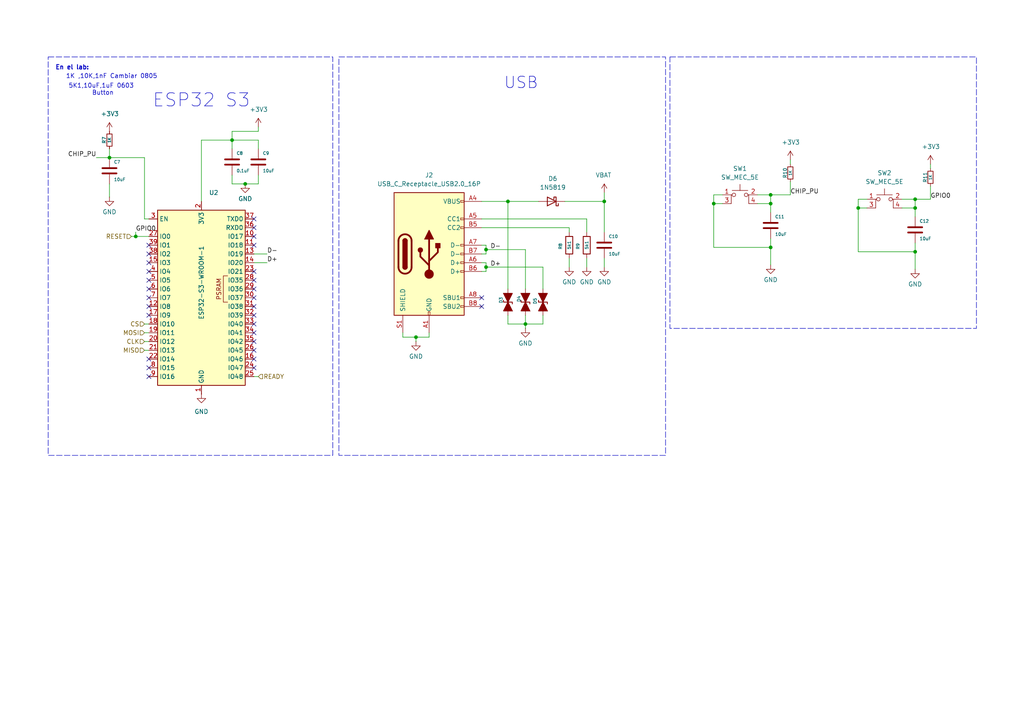
<source format=kicad_sch>
(kicad_sch
	(version 20231120)
	(generator "eeschema")
	(generator_version "8.0")
	(uuid "ea552d6a-537a-4a55-94b5-2a59223b7f3b")
	(paper "A4")
	(lib_symbols
		(symbol "Connector:USB_C_Receptacle_USB2.0_16P"
			(pin_names
				(offset 1.016)
			)
			(exclude_from_sim no)
			(in_bom yes)
			(on_board yes)
			(property "Reference" "J"
				(at 0 22.225 0)
				(effects
					(font
						(size 1.27 1.27)
					)
				)
			)
			(property "Value" "USB_C_Receptacle_USB2.0_16P"
				(at 0 19.685 0)
				(effects
					(font
						(size 1.27 1.27)
					)
				)
			)
			(property "Footprint" ""
				(at 3.81 0 0)
				(effects
					(font
						(size 1.27 1.27)
					)
					(hide yes)
				)
			)
			(property "Datasheet" "https://www.usb.org/sites/default/files/documents/usb_type-c.zip"
				(at 3.81 0 0)
				(effects
					(font
						(size 1.27 1.27)
					)
					(hide yes)
				)
			)
			(property "Description" "USB 2.0-only 16P Type-C Receptacle connector"
				(at 0 0 0)
				(effects
					(font
						(size 1.27 1.27)
					)
					(hide yes)
				)
			)
			(property "ki_keywords" "usb universal serial bus type-C USB2.0"
				(at 0 0 0)
				(effects
					(font
						(size 1.27 1.27)
					)
					(hide yes)
				)
			)
			(property "ki_fp_filters" "USB*C*Receptacle*"
				(at 0 0 0)
				(effects
					(font
						(size 1.27 1.27)
					)
					(hide yes)
				)
			)
			(symbol "USB_C_Receptacle_USB2.0_16P_0_0"
				(rectangle
					(start -0.254 -17.78)
					(end 0.254 -16.764)
					(stroke
						(width 0)
						(type default)
					)
					(fill
						(type none)
					)
				)
				(rectangle
					(start 10.16 -14.986)
					(end 9.144 -15.494)
					(stroke
						(width 0)
						(type default)
					)
					(fill
						(type none)
					)
				)
				(rectangle
					(start 10.16 -12.446)
					(end 9.144 -12.954)
					(stroke
						(width 0)
						(type default)
					)
					(fill
						(type none)
					)
				)
				(rectangle
					(start 10.16 -4.826)
					(end 9.144 -5.334)
					(stroke
						(width 0)
						(type default)
					)
					(fill
						(type none)
					)
				)
				(rectangle
					(start 10.16 -2.286)
					(end 9.144 -2.794)
					(stroke
						(width 0)
						(type default)
					)
					(fill
						(type none)
					)
				)
				(rectangle
					(start 10.16 0.254)
					(end 9.144 -0.254)
					(stroke
						(width 0)
						(type default)
					)
					(fill
						(type none)
					)
				)
				(rectangle
					(start 10.16 2.794)
					(end 9.144 2.286)
					(stroke
						(width 0)
						(type default)
					)
					(fill
						(type none)
					)
				)
				(rectangle
					(start 10.16 7.874)
					(end 9.144 7.366)
					(stroke
						(width 0)
						(type default)
					)
					(fill
						(type none)
					)
				)
				(rectangle
					(start 10.16 10.414)
					(end 9.144 9.906)
					(stroke
						(width 0)
						(type default)
					)
					(fill
						(type none)
					)
				)
				(rectangle
					(start 10.16 15.494)
					(end 9.144 14.986)
					(stroke
						(width 0)
						(type default)
					)
					(fill
						(type none)
					)
				)
			)
			(symbol "USB_C_Receptacle_USB2.0_16P_0_1"
				(rectangle
					(start -10.16 17.78)
					(end 10.16 -17.78)
					(stroke
						(width 0.254)
						(type default)
					)
					(fill
						(type background)
					)
				)
				(arc
					(start -8.89 -3.81)
					(mid -6.985 -5.7067)
					(end -5.08 -3.81)
					(stroke
						(width 0.508)
						(type default)
					)
					(fill
						(type none)
					)
				)
				(arc
					(start -7.62 -3.81)
					(mid -6.985 -4.4423)
					(end -6.35 -3.81)
					(stroke
						(width 0.254)
						(type default)
					)
					(fill
						(type none)
					)
				)
				(arc
					(start -7.62 -3.81)
					(mid -6.985 -4.4423)
					(end -6.35 -3.81)
					(stroke
						(width 0.254)
						(type default)
					)
					(fill
						(type outline)
					)
				)
				(rectangle
					(start -7.62 -3.81)
					(end -6.35 3.81)
					(stroke
						(width 0.254)
						(type default)
					)
					(fill
						(type outline)
					)
				)
				(arc
					(start -6.35 3.81)
					(mid -6.985 4.4423)
					(end -7.62 3.81)
					(stroke
						(width 0.254)
						(type default)
					)
					(fill
						(type none)
					)
				)
				(arc
					(start -6.35 3.81)
					(mid -6.985 4.4423)
					(end -7.62 3.81)
					(stroke
						(width 0.254)
						(type default)
					)
					(fill
						(type outline)
					)
				)
				(arc
					(start -5.08 3.81)
					(mid -6.985 5.7067)
					(end -8.89 3.81)
					(stroke
						(width 0.508)
						(type default)
					)
					(fill
						(type none)
					)
				)
				(circle
					(center -2.54 1.143)
					(radius 0.635)
					(stroke
						(width 0.254)
						(type default)
					)
					(fill
						(type outline)
					)
				)
				(circle
					(center 0 -5.842)
					(radius 1.27)
					(stroke
						(width 0)
						(type default)
					)
					(fill
						(type outline)
					)
				)
				(polyline
					(pts
						(xy -8.89 -3.81) (xy -8.89 3.81)
					)
					(stroke
						(width 0.508)
						(type default)
					)
					(fill
						(type none)
					)
				)
				(polyline
					(pts
						(xy -5.08 3.81) (xy -5.08 -3.81)
					)
					(stroke
						(width 0.508)
						(type default)
					)
					(fill
						(type none)
					)
				)
				(polyline
					(pts
						(xy 0 -5.842) (xy 0 4.318)
					)
					(stroke
						(width 0.508)
						(type default)
					)
					(fill
						(type none)
					)
				)
				(polyline
					(pts
						(xy 0 -3.302) (xy -2.54 -0.762) (xy -2.54 0.508)
					)
					(stroke
						(width 0.508)
						(type default)
					)
					(fill
						(type none)
					)
				)
				(polyline
					(pts
						(xy 0 -2.032) (xy 2.54 0.508) (xy 2.54 1.778)
					)
					(stroke
						(width 0.508)
						(type default)
					)
					(fill
						(type none)
					)
				)
				(polyline
					(pts
						(xy -1.27 4.318) (xy 0 6.858) (xy 1.27 4.318) (xy -1.27 4.318)
					)
					(stroke
						(width 0.254)
						(type default)
					)
					(fill
						(type outline)
					)
				)
				(rectangle
					(start 1.905 1.778)
					(end 3.175 3.048)
					(stroke
						(width 0.254)
						(type default)
					)
					(fill
						(type outline)
					)
				)
			)
			(symbol "USB_C_Receptacle_USB2.0_16P_1_1"
				(pin passive line
					(at 0 -22.86 90)
					(length 5.08)
					(name "GND"
						(effects
							(font
								(size 1.27 1.27)
							)
						)
					)
					(number "A1"
						(effects
							(font
								(size 1.27 1.27)
							)
						)
					)
				)
				(pin passive line
					(at 0 -22.86 90)
					(length 5.08) hide
					(name "GND"
						(effects
							(font
								(size 1.27 1.27)
							)
						)
					)
					(number "A12"
						(effects
							(font
								(size 1.27 1.27)
							)
						)
					)
				)
				(pin passive line
					(at 15.24 15.24 180)
					(length 5.08)
					(name "VBUS"
						(effects
							(font
								(size 1.27 1.27)
							)
						)
					)
					(number "A4"
						(effects
							(font
								(size 1.27 1.27)
							)
						)
					)
				)
				(pin bidirectional line
					(at 15.24 10.16 180)
					(length 5.08)
					(name "CC1"
						(effects
							(font
								(size 1.27 1.27)
							)
						)
					)
					(number "A5"
						(effects
							(font
								(size 1.27 1.27)
							)
						)
					)
				)
				(pin bidirectional line
					(at 15.24 -2.54 180)
					(length 5.08)
					(name "D+"
						(effects
							(font
								(size 1.27 1.27)
							)
						)
					)
					(number "A6"
						(effects
							(font
								(size 1.27 1.27)
							)
						)
					)
				)
				(pin bidirectional line
					(at 15.24 2.54 180)
					(length 5.08)
					(name "D-"
						(effects
							(font
								(size 1.27 1.27)
							)
						)
					)
					(number "A7"
						(effects
							(font
								(size 1.27 1.27)
							)
						)
					)
				)
				(pin bidirectional line
					(at 15.24 -12.7 180)
					(length 5.08)
					(name "SBU1"
						(effects
							(font
								(size 1.27 1.27)
							)
						)
					)
					(number "A8"
						(effects
							(font
								(size 1.27 1.27)
							)
						)
					)
				)
				(pin passive line
					(at 15.24 15.24 180)
					(length 5.08) hide
					(name "VBUS"
						(effects
							(font
								(size 1.27 1.27)
							)
						)
					)
					(number "A9"
						(effects
							(font
								(size 1.27 1.27)
							)
						)
					)
				)
				(pin passive line
					(at 0 -22.86 90)
					(length 5.08) hide
					(name "GND"
						(effects
							(font
								(size 1.27 1.27)
							)
						)
					)
					(number "B1"
						(effects
							(font
								(size 1.27 1.27)
							)
						)
					)
				)
				(pin passive line
					(at 0 -22.86 90)
					(length 5.08) hide
					(name "GND"
						(effects
							(font
								(size 1.27 1.27)
							)
						)
					)
					(number "B12"
						(effects
							(font
								(size 1.27 1.27)
							)
						)
					)
				)
				(pin passive line
					(at 15.24 15.24 180)
					(length 5.08) hide
					(name "VBUS"
						(effects
							(font
								(size 1.27 1.27)
							)
						)
					)
					(number "B4"
						(effects
							(font
								(size 1.27 1.27)
							)
						)
					)
				)
				(pin bidirectional line
					(at 15.24 7.62 180)
					(length 5.08)
					(name "CC2"
						(effects
							(font
								(size 1.27 1.27)
							)
						)
					)
					(number "B5"
						(effects
							(font
								(size 1.27 1.27)
							)
						)
					)
				)
				(pin bidirectional line
					(at 15.24 -5.08 180)
					(length 5.08)
					(name "D+"
						(effects
							(font
								(size 1.27 1.27)
							)
						)
					)
					(number "B6"
						(effects
							(font
								(size 1.27 1.27)
							)
						)
					)
				)
				(pin bidirectional line
					(at 15.24 0 180)
					(length 5.08)
					(name "D-"
						(effects
							(font
								(size 1.27 1.27)
							)
						)
					)
					(number "B7"
						(effects
							(font
								(size 1.27 1.27)
							)
						)
					)
				)
				(pin bidirectional line
					(at 15.24 -15.24 180)
					(length 5.08)
					(name "SBU2"
						(effects
							(font
								(size 1.27 1.27)
							)
						)
					)
					(number "B8"
						(effects
							(font
								(size 1.27 1.27)
							)
						)
					)
				)
				(pin passive line
					(at 15.24 15.24 180)
					(length 5.08) hide
					(name "VBUS"
						(effects
							(font
								(size 1.27 1.27)
							)
						)
					)
					(number "B9"
						(effects
							(font
								(size 1.27 1.27)
							)
						)
					)
				)
				(pin passive line
					(at -7.62 -22.86 90)
					(length 5.08)
					(name "SHIELD"
						(effects
							(font
								(size 1.27 1.27)
							)
						)
					)
					(number "S1"
						(effects
							(font
								(size 1.27 1.27)
							)
						)
					)
				)
			)
		)
		(symbol "Device:C"
			(pin_numbers hide)
			(pin_names
				(offset 0.254)
			)
			(exclude_from_sim no)
			(in_bom yes)
			(on_board yes)
			(property "Reference" "C"
				(at 0.635 2.54 0)
				(effects
					(font
						(size 1.27 1.27)
					)
					(justify left)
				)
			)
			(property "Value" "C"
				(at 0.635 -2.54 0)
				(effects
					(font
						(size 1.27 1.27)
					)
					(justify left)
				)
			)
			(property "Footprint" ""
				(at 0.9652 -3.81 0)
				(effects
					(font
						(size 1.27 1.27)
					)
					(hide yes)
				)
			)
			(property "Datasheet" "~"
				(at 0 0 0)
				(effects
					(font
						(size 1.27 1.27)
					)
					(hide yes)
				)
			)
			(property "Description" "Unpolarized capacitor"
				(at 0 0 0)
				(effects
					(font
						(size 1.27 1.27)
					)
					(hide yes)
				)
			)
			(property "ki_keywords" "cap capacitor"
				(at 0 0 0)
				(effects
					(font
						(size 1.27 1.27)
					)
					(hide yes)
				)
			)
			(property "ki_fp_filters" "C_*"
				(at 0 0 0)
				(effects
					(font
						(size 1.27 1.27)
					)
					(hide yes)
				)
			)
			(symbol "C_0_1"
				(polyline
					(pts
						(xy -2.032 -0.762) (xy 2.032 -0.762)
					)
					(stroke
						(width 0.508)
						(type default)
					)
					(fill
						(type none)
					)
				)
				(polyline
					(pts
						(xy -2.032 0.762) (xy 2.032 0.762)
					)
					(stroke
						(width 0.508)
						(type default)
					)
					(fill
						(type none)
					)
				)
			)
			(symbol "C_1_1"
				(pin passive line
					(at 0 3.81 270)
					(length 2.794)
					(name "~"
						(effects
							(font
								(size 1.27 1.27)
							)
						)
					)
					(number "1"
						(effects
							(font
								(size 1.27 1.27)
							)
						)
					)
				)
				(pin passive line
					(at 0 -3.81 90)
					(length 2.794)
					(name "~"
						(effects
							(font
								(size 1.27 1.27)
							)
						)
					)
					(number "2"
						(effects
							(font
								(size 1.27 1.27)
							)
						)
					)
				)
			)
		)
		(symbol "Device:D_TVS_Filled"
			(pin_numbers hide)
			(pin_names
				(offset 1.016) hide)
			(exclude_from_sim no)
			(in_bom yes)
			(on_board yes)
			(property "Reference" "D"
				(at 0 2.54 0)
				(effects
					(font
						(size 1.27 1.27)
					)
				)
			)
			(property "Value" "D_TVS_Filled"
				(at 0 -2.54 0)
				(effects
					(font
						(size 1.27 1.27)
					)
				)
			)
			(property "Footprint" ""
				(at 0 0 0)
				(effects
					(font
						(size 1.27 1.27)
					)
					(hide yes)
				)
			)
			(property "Datasheet" "~"
				(at 0 0 0)
				(effects
					(font
						(size 1.27 1.27)
					)
					(hide yes)
				)
			)
			(property "Description" "Bidirectional transient-voltage-suppression diode, filled shape"
				(at 0 0 0)
				(effects
					(font
						(size 1.27 1.27)
					)
					(hide yes)
				)
			)
			(property "ki_keywords" "diode TVS thyrector"
				(at 0 0 0)
				(effects
					(font
						(size 1.27 1.27)
					)
					(hide yes)
				)
			)
			(property "ki_fp_filters" "TO-???* *_Diode_* *SingleDiode* D_*"
				(at 0 0 0)
				(effects
					(font
						(size 1.27 1.27)
					)
					(hide yes)
				)
			)
			(symbol "D_TVS_Filled_0_1"
				(polyline
					(pts
						(xy 1.27 0) (xy -1.27 0)
					)
					(stroke
						(width 0)
						(type default)
					)
					(fill
						(type none)
					)
				)
				(polyline
					(pts
						(xy -2.54 -1.27) (xy 0 0) (xy -2.54 1.27) (xy -2.54 -1.27)
					)
					(stroke
						(width 0.254)
						(type default)
					)
					(fill
						(type outline)
					)
				)
				(polyline
					(pts
						(xy 0.508 1.27) (xy 0 1.27) (xy 0 -1.27) (xy -0.508 -1.27)
					)
					(stroke
						(width 0.254)
						(type default)
					)
					(fill
						(type none)
					)
				)
				(polyline
					(pts
						(xy 2.54 1.27) (xy 2.54 -1.27) (xy 0 0) (xy 2.54 1.27)
					)
					(stroke
						(width 0.254)
						(type default)
					)
					(fill
						(type outline)
					)
				)
			)
			(symbol "D_TVS_Filled_1_1"
				(pin passive line
					(at -3.81 0 0)
					(length 2.54)
					(name "A1"
						(effects
							(font
								(size 1.27 1.27)
							)
						)
					)
					(number "1"
						(effects
							(font
								(size 1.27 1.27)
							)
						)
					)
				)
				(pin passive line
					(at 3.81 0 180)
					(length 2.54)
					(name "A2"
						(effects
							(font
								(size 1.27 1.27)
							)
						)
					)
					(number "2"
						(effects
							(font
								(size 1.27 1.27)
							)
						)
					)
				)
			)
		)
		(symbol "Device:R"
			(pin_numbers hide)
			(pin_names
				(offset 0)
			)
			(exclude_from_sim no)
			(in_bom yes)
			(on_board yes)
			(property "Reference" "R"
				(at 2.032 0 90)
				(effects
					(font
						(size 1.27 1.27)
					)
				)
			)
			(property "Value" "R"
				(at 0 0 90)
				(effects
					(font
						(size 1.27 1.27)
					)
				)
			)
			(property "Footprint" ""
				(at -1.778 0 90)
				(effects
					(font
						(size 1.27 1.27)
					)
					(hide yes)
				)
			)
			(property "Datasheet" "~"
				(at 0 0 0)
				(effects
					(font
						(size 1.27 1.27)
					)
					(hide yes)
				)
			)
			(property "Description" "Resistor"
				(at 0 0 0)
				(effects
					(font
						(size 1.27 1.27)
					)
					(hide yes)
				)
			)
			(property "ki_keywords" "R res resistor"
				(at 0 0 0)
				(effects
					(font
						(size 1.27 1.27)
					)
					(hide yes)
				)
			)
			(property "ki_fp_filters" "R_*"
				(at 0 0 0)
				(effects
					(font
						(size 1.27 1.27)
					)
					(hide yes)
				)
			)
			(symbol "R_0_1"
				(rectangle
					(start -1.016 -2.54)
					(end 1.016 2.54)
					(stroke
						(width 0.254)
						(type default)
					)
					(fill
						(type none)
					)
				)
			)
			(symbol "R_1_1"
				(pin passive line
					(at 0 3.81 270)
					(length 1.27)
					(name "~"
						(effects
							(font
								(size 1.27 1.27)
							)
						)
					)
					(number "1"
						(effects
							(font
								(size 1.27 1.27)
							)
						)
					)
				)
				(pin passive line
					(at 0 -3.81 90)
					(length 1.27)
					(name "~"
						(effects
							(font
								(size 1.27 1.27)
							)
						)
					)
					(number "2"
						(effects
							(font
								(size 1.27 1.27)
							)
						)
					)
				)
			)
		)
		(symbol "Device:R_Small"
			(pin_numbers hide)
			(pin_names
				(offset 0.254) hide)
			(exclude_from_sim no)
			(in_bom yes)
			(on_board yes)
			(property "Reference" "R"
				(at 0.762 0.508 0)
				(effects
					(font
						(size 1.27 1.27)
					)
					(justify left)
				)
			)
			(property "Value" "R_Small"
				(at 0.762 -1.016 0)
				(effects
					(font
						(size 1.27 1.27)
					)
					(justify left)
				)
			)
			(property "Footprint" ""
				(at 0 0 0)
				(effects
					(font
						(size 1.27 1.27)
					)
					(hide yes)
				)
			)
			(property "Datasheet" "~"
				(at 0 0 0)
				(effects
					(font
						(size 1.27 1.27)
					)
					(hide yes)
				)
			)
			(property "Description" "Resistor, small symbol"
				(at 0 0 0)
				(effects
					(font
						(size 1.27 1.27)
					)
					(hide yes)
				)
			)
			(property "ki_keywords" "R resistor"
				(at 0 0 0)
				(effects
					(font
						(size 1.27 1.27)
					)
					(hide yes)
				)
			)
			(property "ki_fp_filters" "R_*"
				(at 0 0 0)
				(effects
					(font
						(size 1.27 1.27)
					)
					(hide yes)
				)
			)
			(symbol "R_Small_0_1"
				(rectangle
					(start -0.762 1.778)
					(end 0.762 -1.778)
					(stroke
						(width 0.2032)
						(type default)
					)
					(fill
						(type none)
					)
				)
			)
			(symbol "R_Small_1_1"
				(pin passive line
					(at 0 2.54 270)
					(length 0.762)
					(name "~"
						(effects
							(font
								(size 1.27 1.27)
							)
						)
					)
					(number "1"
						(effects
							(font
								(size 1.27 1.27)
							)
						)
					)
				)
				(pin passive line
					(at 0 -2.54 90)
					(length 0.762)
					(name "~"
						(effects
							(font
								(size 1.27 1.27)
							)
						)
					)
					(number "2"
						(effects
							(font
								(size 1.27 1.27)
							)
						)
					)
				)
			)
		)
		(symbol "Diode:1N5819"
			(pin_numbers hide)
			(pin_names
				(offset 1.016) hide)
			(exclude_from_sim no)
			(in_bom yes)
			(on_board yes)
			(property "Reference" "D"
				(at 0 2.54 0)
				(effects
					(font
						(size 1.27 1.27)
					)
				)
			)
			(property "Value" "1N5819"
				(at 0 -2.54 0)
				(effects
					(font
						(size 1.27 1.27)
					)
				)
			)
			(property "Footprint" "Diode_THT:D_DO-41_SOD81_P10.16mm_Horizontal"
				(at 0 -4.445 0)
				(effects
					(font
						(size 1.27 1.27)
					)
					(hide yes)
				)
			)
			(property "Datasheet" "http://www.vishay.com/docs/88525/1n5817.pdf"
				(at 0 0 0)
				(effects
					(font
						(size 1.27 1.27)
					)
					(hide yes)
				)
			)
			(property "Description" "40V 1A Schottky Barrier Rectifier Diode, DO-41"
				(at 0 0 0)
				(effects
					(font
						(size 1.27 1.27)
					)
					(hide yes)
				)
			)
			(property "ki_keywords" "diode Schottky"
				(at 0 0 0)
				(effects
					(font
						(size 1.27 1.27)
					)
					(hide yes)
				)
			)
			(property "ki_fp_filters" "D*DO?41*"
				(at 0 0 0)
				(effects
					(font
						(size 1.27 1.27)
					)
					(hide yes)
				)
			)
			(symbol "1N5819_0_1"
				(polyline
					(pts
						(xy 1.27 0) (xy -1.27 0)
					)
					(stroke
						(width 0)
						(type default)
					)
					(fill
						(type none)
					)
				)
				(polyline
					(pts
						(xy 1.27 1.27) (xy 1.27 -1.27) (xy -1.27 0) (xy 1.27 1.27)
					)
					(stroke
						(width 0.254)
						(type default)
					)
					(fill
						(type none)
					)
				)
				(polyline
					(pts
						(xy -1.905 0.635) (xy -1.905 1.27) (xy -1.27 1.27) (xy -1.27 -1.27) (xy -0.635 -1.27) (xy -0.635 -0.635)
					)
					(stroke
						(width 0.254)
						(type default)
					)
					(fill
						(type none)
					)
				)
			)
			(symbol "1N5819_1_1"
				(pin passive line
					(at -3.81 0 0)
					(length 2.54)
					(name "K"
						(effects
							(font
								(size 1.27 1.27)
							)
						)
					)
					(number "1"
						(effects
							(font
								(size 1.27 1.27)
							)
						)
					)
				)
				(pin passive line
					(at 3.81 0 180)
					(length 2.54)
					(name "A"
						(effects
							(font
								(size 1.27 1.27)
							)
						)
					)
					(number "2"
						(effects
							(font
								(size 1.27 1.27)
							)
						)
					)
				)
			)
		)
		(symbol "RF_Module:ESP32-S3-WROOM-1"
			(exclude_from_sim no)
			(in_bom yes)
			(on_board yes)
			(property "Reference" "U"
				(at -12.7 26.67 0)
				(effects
					(font
						(size 1.27 1.27)
					)
				)
			)
			(property "Value" "ESP32-S3-WROOM-1"
				(at 12.7 26.67 0)
				(effects
					(font
						(size 1.27 1.27)
					)
				)
			)
			(property "Footprint" "RF_Module:ESP32-S3-WROOM-1"
				(at 0 2.54 0)
				(effects
					(font
						(size 1.27 1.27)
					)
					(hide yes)
				)
			)
			(property "Datasheet" "https://www.espressif.com/sites/default/files/documentation/esp32-s3-wroom-1_wroom-1u_datasheet_en.pdf"
				(at 0 0 0)
				(effects
					(font
						(size 1.27 1.27)
					)
					(hide yes)
				)
			)
			(property "Description" "RF Module, ESP32-S3 SoC, Wi-Fi 802.11b/g/n, Bluetooth, BLE, 32-bit, 3.3V, onboard antenna, SMD"
				(at 0 0 0)
				(effects
					(font
						(size 1.27 1.27)
					)
					(hide yes)
				)
			)
			(property "ki_keywords" "RF Radio BT ESP ESP32-S3 Espressif onboard PCB antenna"
				(at 0 0 0)
				(effects
					(font
						(size 1.27 1.27)
					)
					(hide yes)
				)
			)
			(property "ki_fp_filters" "ESP32?S3?WROOM?1*"
				(at 0 0 0)
				(effects
					(font
						(size 1.27 1.27)
					)
					(hide yes)
				)
			)
			(symbol "ESP32-S3-WROOM-1_0_0"
				(rectangle
					(start -12.7 25.4)
					(end 12.7 -25.4)
					(stroke
						(width 0.254)
						(type default)
					)
					(fill
						(type background)
					)
				)
				(text "PSRAM"
					(at 5.08 2.54 900)
					(effects
						(font
							(size 1.27 1.27)
						)
					)
				)
			)
			(symbol "ESP32-S3-WROOM-1_0_1"
				(polyline
					(pts
						(xy 7.62 -1.27) (xy 6.35 -1.27) (xy 6.35 6.35) (xy 7.62 6.35)
					)
					(stroke
						(width 0)
						(type default)
					)
					(fill
						(type none)
					)
				)
			)
			(symbol "ESP32-S3-WROOM-1_1_1"
				(pin power_in line
					(at 0 -27.94 90)
					(length 2.54)
					(name "GND"
						(effects
							(font
								(size 1.27 1.27)
							)
						)
					)
					(number "1"
						(effects
							(font
								(size 1.27 1.27)
							)
						)
					)
				)
				(pin bidirectional line
					(at 15.24 17.78 180)
					(length 2.54)
					(name "IO17"
						(effects
							(font
								(size 1.27 1.27)
							)
						)
					)
					(number "10"
						(effects
							(font
								(size 1.27 1.27)
							)
						)
					)
				)
				(pin bidirectional line
					(at 15.24 15.24 180)
					(length 2.54)
					(name "IO18"
						(effects
							(font
								(size 1.27 1.27)
							)
						)
					)
					(number "11"
						(effects
							(font
								(size 1.27 1.27)
							)
						)
					)
				)
				(pin bidirectional line
					(at -15.24 -2.54 0)
					(length 2.54)
					(name "IO8"
						(effects
							(font
								(size 1.27 1.27)
							)
						)
					)
					(number "12"
						(effects
							(font
								(size 1.27 1.27)
							)
						)
					)
				)
				(pin bidirectional line
					(at 15.24 12.7 180)
					(length 2.54)
					(name "IO19"
						(effects
							(font
								(size 1.27 1.27)
							)
						)
					)
					(number "13"
						(effects
							(font
								(size 1.27 1.27)
							)
						)
					)
				)
				(pin bidirectional line
					(at 15.24 10.16 180)
					(length 2.54)
					(name "IO20"
						(effects
							(font
								(size 1.27 1.27)
							)
						)
					)
					(number "14"
						(effects
							(font
								(size 1.27 1.27)
							)
						)
					)
				)
				(pin bidirectional line
					(at -15.24 10.16 0)
					(length 2.54)
					(name "IO3"
						(effects
							(font
								(size 1.27 1.27)
							)
						)
					)
					(number "15"
						(effects
							(font
								(size 1.27 1.27)
							)
						)
					)
				)
				(pin bidirectional line
					(at 15.24 -17.78 180)
					(length 2.54)
					(name "IO46"
						(effects
							(font
								(size 1.27 1.27)
							)
						)
					)
					(number "16"
						(effects
							(font
								(size 1.27 1.27)
							)
						)
					)
				)
				(pin bidirectional line
					(at -15.24 -5.08 0)
					(length 2.54)
					(name "IO9"
						(effects
							(font
								(size 1.27 1.27)
							)
						)
					)
					(number "17"
						(effects
							(font
								(size 1.27 1.27)
							)
						)
					)
				)
				(pin bidirectional line
					(at -15.24 -7.62 0)
					(length 2.54)
					(name "IO10"
						(effects
							(font
								(size 1.27 1.27)
							)
						)
					)
					(number "18"
						(effects
							(font
								(size 1.27 1.27)
							)
						)
					)
				)
				(pin bidirectional line
					(at -15.24 -10.16 0)
					(length 2.54)
					(name "IO11"
						(effects
							(font
								(size 1.27 1.27)
							)
						)
					)
					(number "19"
						(effects
							(font
								(size 1.27 1.27)
							)
						)
					)
				)
				(pin power_in line
					(at 0 27.94 270)
					(length 2.54)
					(name "3V3"
						(effects
							(font
								(size 1.27 1.27)
							)
						)
					)
					(number "2"
						(effects
							(font
								(size 1.27 1.27)
							)
						)
					)
				)
				(pin bidirectional line
					(at -15.24 -12.7 0)
					(length 2.54)
					(name "IO12"
						(effects
							(font
								(size 1.27 1.27)
							)
						)
					)
					(number "20"
						(effects
							(font
								(size 1.27 1.27)
							)
						)
					)
				)
				(pin bidirectional line
					(at -15.24 -15.24 0)
					(length 2.54)
					(name "IO13"
						(effects
							(font
								(size 1.27 1.27)
							)
						)
					)
					(number "21"
						(effects
							(font
								(size 1.27 1.27)
							)
						)
					)
				)
				(pin bidirectional line
					(at -15.24 -17.78 0)
					(length 2.54)
					(name "IO14"
						(effects
							(font
								(size 1.27 1.27)
							)
						)
					)
					(number "22"
						(effects
							(font
								(size 1.27 1.27)
							)
						)
					)
				)
				(pin bidirectional line
					(at 15.24 7.62 180)
					(length 2.54)
					(name "IO21"
						(effects
							(font
								(size 1.27 1.27)
							)
						)
					)
					(number "23"
						(effects
							(font
								(size 1.27 1.27)
							)
						)
					)
				)
				(pin bidirectional line
					(at 15.24 -20.32 180)
					(length 2.54)
					(name "IO47"
						(effects
							(font
								(size 1.27 1.27)
							)
						)
					)
					(number "24"
						(effects
							(font
								(size 1.27 1.27)
							)
						)
					)
				)
				(pin bidirectional line
					(at 15.24 -22.86 180)
					(length 2.54)
					(name "IO48"
						(effects
							(font
								(size 1.27 1.27)
							)
						)
					)
					(number "25"
						(effects
							(font
								(size 1.27 1.27)
							)
						)
					)
				)
				(pin bidirectional line
					(at 15.24 -15.24 180)
					(length 2.54)
					(name "IO45"
						(effects
							(font
								(size 1.27 1.27)
							)
						)
					)
					(number "26"
						(effects
							(font
								(size 1.27 1.27)
							)
						)
					)
				)
				(pin bidirectional line
					(at -15.24 17.78 0)
					(length 2.54)
					(name "IO0"
						(effects
							(font
								(size 1.27 1.27)
							)
						)
					)
					(number "27"
						(effects
							(font
								(size 1.27 1.27)
							)
						)
					)
				)
				(pin bidirectional line
					(at 15.24 5.08 180)
					(length 2.54)
					(name "IO35"
						(effects
							(font
								(size 1.27 1.27)
							)
						)
					)
					(number "28"
						(effects
							(font
								(size 1.27 1.27)
							)
						)
					)
				)
				(pin bidirectional line
					(at 15.24 2.54 180)
					(length 2.54)
					(name "IO36"
						(effects
							(font
								(size 1.27 1.27)
							)
						)
					)
					(number "29"
						(effects
							(font
								(size 1.27 1.27)
							)
						)
					)
				)
				(pin input line
					(at -15.24 22.86 0)
					(length 2.54)
					(name "EN"
						(effects
							(font
								(size 1.27 1.27)
							)
						)
					)
					(number "3"
						(effects
							(font
								(size 1.27 1.27)
							)
						)
					)
				)
				(pin bidirectional line
					(at 15.24 0 180)
					(length 2.54)
					(name "IO37"
						(effects
							(font
								(size 1.27 1.27)
							)
						)
					)
					(number "30"
						(effects
							(font
								(size 1.27 1.27)
							)
						)
					)
				)
				(pin bidirectional line
					(at 15.24 -2.54 180)
					(length 2.54)
					(name "IO38"
						(effects
							(font
								(size 1.27 1.27)
							)
						)
					)
					(number "31"
						(effects
							(font
								(size 1.27 1.27)
							)
						)
					)
				)
				(pin bidirectional line
					(at 15.24 -5.08 180)
					(length 2.54)
					(name "IO39"
						(effects
							(font
								(size 1.27 1.27)
							)
						)
					)
					(number "32"
						(effects
							(font
								(size 1.27 1.27)
							)
						)
					)
				)
				(pin bidirectional line
					(at 15.24 -7.62 180)
					(length 2.54)
					(name "IO40"
						(effects
							(font
								(size 1.27 1.27)
							)
						)
					)
					(number "33"
						(effects
							(font
								(size 1.27 1.27)
							)
						)
					)
				)
				(pin bidirectional line
					(at 15.24 -10.16 180)
					(length 2.54)
					(name "IO41"
						(effects
							(font
								(size 1.27 1.27)
							)
						)
					)
					(number "34"
						(effects
							(font
								(size 1.27 1.27)
							)
						)
					)
				)
				(pin bidirectional line
					(at 15.24 -12.7 180)
					(length 2.54)
					(name "IO42"
						(effects
							(font
								(size 1.27 1.27)
							)
						)
					)
					(number "35"
						(effects
							(font
								(size 1.27 1.27)
							)
						)
					)
				)
				(pin bidirectional line
					(at 15.24 20.32 180)
					(length 2.54)
					(name "RXD0"
						(effects
							(font
								(size 1.27 1.27)
							)
						)
					)
					(number "36"
						(effects
							(font
								(size 1.27 1.27)
							)
						)
					)
				)
				(pin bidirectional line
					(at 15.24 22.86 180)
					(length 2.54)
					(name "TXD0"
						(effects
							(font
								(size 1.27 1.27)
							)
						)
					)
					(number "37"
						(effects
							(font
								(size 1.27 1.27)
							)
						)
					)
				)
				(pin bidirectional line
					(at -15.24 12.7 0)
					(length 2.54)
					(name "IO2"
						(effects
							(font
								(size 1.27 1.27)
							)
						)
					)
					(number "38"
						(effects
							(font
								(size 1.27 1.27)
							)
						)
					)
				)
				(pin bidirectional line
					(at -15.24 15.24 0)
					(length 2.54)
					(name "IO1"
						(effects
							(font
								(size 1.27 1.27)
							)
						)
					)
					(number "39"
						(effects
							(font
								(size 1.27 1.27)
							)
						)
					)
				)
				(pin bidirectional line
					(at -15.24 7.62 0)
					(length 2.54)
					(name "IO4"
						(effects
							(font
								(size 1.27 1.27)
							)
						)
					)
					(number "4"
						(effects
							(font
								(size 1.27 1.27)
							)
						)
					)
				)
				(pin passive line
					(at 0 -27.94 90)
					(length 2.54) hide
					(name "GND"
						(effects
							(font
								(size 1.27 1.27)
							)
						)
					)
					(number "40"
						(effects
							(font
								(size 1.27 1.27)
							)
						)
					)
				)
				(pin passive line
					(at 0 -27.94 90)
					(length 2.54) hide
					(name "GND"
						(effects
							(font
								(size 1.27 1.27)
							)
						)
					)
					(number "41"
						(effects
							(font
								(size 1.27 1.27)
							)
						)
					)
				)
				(pin bidirectional line
					(at -15.24 5.08 0)
					(length 2.54)
					(name "IO5"
						(effects
							(font
								(size 1.27 1.27)
							)
						)
					)
					(number "5"
						(effects
							(font
								(size 1.27 1.27)
							)
						)
					)
				)
				(pin bidirectional line
					(at -15.24 2.54 0)
					(length 2.54)
					(name "IO6"
						(effects
							(font
								(size 1.27 1.27)
							)
						)
					)
					(number "6"
						(effects
							(font
								(size 1.27 1.27)
							)
						)
					)
				)
				(pin bidirectional line
					(at -15.24 0 0)
					(length 2.54)
					(name "IO7"
						(effects
							(font
								(size 1.27 1.27)
							)
						)
					)
					(number "7"
						(effects
							(font
								(size 1.27 1.27)
							)
						)
					)
				)
				(pin bidirectional line
					(at -15.24 -20.32 0)
					(length 2.54)
					(name "IO15"
						(effects
							(font
								(size 1.27 1.27)
							)
						)
					)
					(number "8"
						(effects
							(font
								(size 1.27 1.27)
							)
						)
					)
				)
				(pin bidirectional line
					(at -15.24 -22.86 0)
					(length 2.54)
					(name "IO16"
						(effects
							(font
								(size 1.27 1.27)
							)
						)
					)
					(number "9"
						(effects
							(font
								(size 1.27 1.27)
							)
						)
					)
				)
			)
		)
		(symbol "SW_MEC_5E_1"
			(pin_names
				(offset 1.016) hide)
			(exclude_from_sim no)
			(in_bom yes)
			(on_board yes)
			(property "Reference" "SW1"
				(at 0 10.16 0)
				(effects
					(font
						(size 1.27 1.27)
					)
				)
			)
			(property "Value" "SW_MEC_5E"
				(at 0 7.62 0)
				(effects
					(font
						(size 1.27 1.27)
					)
				)
			)
			(property "Footprint" "NSARCHI:button"
				(at 0 7.62 0)
				(effects
					(font
						(size 1.27 1.27)
					)
					(hide yes)
				)
			)
			(property "Datasheet" "http://www.apem.com/int/index.php?controller=attachment&id_attachment=1371"
				(at 0 7.62 0)
				(effects
					(font
						(size 1.27 1.27)
					)
					(hide yes)
				)
			)
			(property "Description" "MEC 5E single pole normally-open tactile switch"
				(at 0 0 0)
				(effects
					(font
						(size 1.27 1.27)
					)
					(hide yes)
				)
			)
			(property "ki_keywords" "switch normally-open pushbutton push-button"
				(at 0 0 0)
				(effects
					(font
						(size 1.27 1.27)
					)
					(hide yes)
				)
			)
			(property "ki_fp_filters" "SW*MEC*5G*"
				(at 0 0 0)
				(effects
					(font
						(size 1.27 1.27)
					)
					(hide yes)
				)
			)
			(symbol "SW_MEC_5E_1_0_1"
				(circle
					(center -1.778 2.54)
					(radius 0.508)
					(stroke
						(width 0)
						(type default)
					)
					(fill
						(type none)
					)
				)
				(polyline
					(pts
						(xy -2.286 3.81) (xy 2.286 3.81)
					)
					(stroke
						(width 0)
						(type default)
					)
					(fill
						(type none)
					)
				)
				(polyline
					(pts
						(xy 0 3.81) (xy 0 5.588)
					)
					(stroke
						(width 0)
						(type default)
					)
					(fill
						(type none)
					)
				)
				(polyline
					(pts
						(xy -2.54 0) (xy -2.54 2.54) (xy -2.286 2.54)
					)
					(stroke
						(width 0)
						(type default)
					)
					(fill
						(type none)
					)
				)
				(polyline
					(pts
						(xy 2.54 0) (xy 2.54 2.54) (xy 2.286 2.54)
					)
					(stroke
						(width 0)
						(type default)
					)
					(fill
						(type none)
					)
				)
				(circle
					(center 1.778 2.54)
					(radius 0.508)
					(stroke
						(width 0)
						(type default)
					)
					(fill
						(type none)
					)
				)
				(pin passive line
					(at -5.08 2.54 0)
					(length 2.54)
					(name "1"
						(effects
							(font
								(size 1.27 1.27)
							)
						)
					)
					(number "1"
						(effects
							(font
								(size 1.27 1.27)
							)
						)
					)
				)
			)
			(symbol "SW_MEC_5E_1_1_1"
				(pin passive line
					(at 5.08 2.54 180)
					(length 2.54)
					(name "2"
						(effects
							(font
								(size 1.27 1.27)
							)
						)
					)
					(number "2"
						(effects
							(font
								(size 1.27 1.27)
							)
						)
					)
				)
				(pin passive line
					(at -5.08 0 0)
					(length 2.54)
					(name "3"
						(effects
							(font
								(size 1.27 1.27)
							)
						)
					)
					(number "3"
						(effects
							(font
								(size 1.27 1.27)
							)
						)
					)
				)
				(pin passive line
					(at 5.08 0 180)
					(length 2.54)
					(name "4"
						(effects
							(font
								(size 1.27 1.27)
							)
						)
					)
					(number "4"
						(effects
							(font
								(size 1.27 1.27)
							)
						)
					)
				)
			)
		)
		(symbol "power:GND"
			(power)
			(pin_numbers hide)
			(pin_names
				(offset 0) hide)
			(exclude_from_sim no)
			(in_bom yes)
			(on_board yes)
			(property "Reference" "#PWR"
				(at 0 -6.35 0)
				(effects
					(font
						(size 1.27 1.27)
					)
					(hide yes)
				)
			)
			(property "Value" "GND"
				(at 0 -3.81 0)
				(effects
					(font
						(size 1.27 1.27)
					)
				)
			)
			(property "Footprint" ""
				(at 0 0 0)
				(effects
					(font
						(size 1.27 1.27)
					)
					(hide yes)
				)
			)
			(property "Datasheet" ""
				(at 0 0 0)
				(effects
					(font
						(size 1.27 1.27)
					)
					(hide yes)
				)
			)
			(property "Description" "Power symbol creates a global label with name \"GND\" , ground"
				(at 0 0 0)
				(effects
					(font
						(size 1.27 1.27)
					)
					(hide yes)
				)
			)
			(property "ki_keywords" "global power"
				(at 0 0 0)
				(effects
					(font
						(size 1.27 1.27)
					)
					(hide yes)
				)
			)
			(symbol "GND_0_1"
				(polyline
					(pts
						(xy 0 0) (xy 0 -1.27) (xy 1.27 -1.27) (xy 0 -2.54) (xy -1.27 -1.27) (xy 0 -1.27)
					)
					(stroke
						(width 0)
						(type default)
					)
					(fill
						(type none)
					)
				)
			)
			(symbol "GND_1_1"
				(pin power_in line
					(at 0 0 270)
					(length 0)
					(name "~"
						(effects
							(font
								(size 1.27 1.27)
							)
						)
					)
					(number "1"
						(effects
							(font
								(size 1.27 1.27)
							)
						)
					)
				)
			)
		)
		(symbol "power:VCC"
			(power)
			(pin_names
				(offset 0)
			)
			(exclude_from_sim no)
			(in_bom yes)
			(on_board yes)
			(property "Reference" "#PWR"
				(at 0 -3.81 0)
				(effects
					(font
						(size 1.27 1.27)
					)
					(hide yes)
				)
			)
			(property "Value" "VCC"
				(at 0 3.81 0)
				(effects
					(font
						(size 1.27 1.27)
					)
				)
			)
			(property "Footprint" ""
				(at 0 0 0)
				(effects
					(font
						(size 1.27 1.27)
					)
					(hide yes)
				)
			)
			(property "Datasheet" ""
				(at 0 0 0)
				(effects
					(font
						(size 1.27 1.27)
					)
					(hide yes)
				)
			)
			(property "Description" "Power symbol creates a global label with name \"VCC\""
				(at 0 0 0)
				(effects
					(font
						(size 1.27 1.27)
					)
					(hide yes)
				)
			)
			(property "ki_keywords" "power-flag"
				(at 0 0 0)
				(effects
					(font
						(size 1.27 1.27)
					)
					(hide yes)
				)
			)
			(symbol "VCC_0_1"
				(polyline
					(pts
						(xy -0.762 1.27) (xy 0 2.54)
					)
					(stroke
						(width 0)
						(type default)
					)
					(fill
						(type none)
					)
				)
				(polyline
					(pts
						(xy 0 0) (xy 0 2.54)
					)
					(stroke
						(width 0)
						(type default)
					)
					(fill
						(type none)
					)
				)
				(polyline
					(pts
						(xy 0 2.54) (xy 0.762 1.27)
					)
					(stroke
						(width 0)
						(type default)
					)
					(fill
						(type none)
					)
				)
			)
			(symbol "VCC_1_1"
				(pin power_in line
					(at 0 0 90)
					(length 0) hide
					(name "VCC"
						(effects
							(font
								(size 1.27 1.27)
							)
						)
					)
					(number "1"
						(effects
							(font
								(size 1.27 1.27)
							)
						)
					)
				)
			)
		)
	)
	(junction
		(at 71.12 53.34)
		(diameter 0)
		(color 0 0 0 0)
		(uuid "0a892d45-3efc-4365-8648-418c249566ed")
	)
	(junction
		(at 223.52 71.755)
		(diameter 0)
		(color 0 0 0 0)
		(uuid "0e2e47c0-758b-4505-a6c4-7e0af09610d4")
	)
	(junction
		(at 248.92 60.325)
		(diameter 0)
		(color 0 0 0 0)
		(uuid "24682aee-555d-4cbc-aad3-9d781d8c868c")
	)
	(junction
		(at 147.32 58.42)
		(diameter 0)
		(color 0 0 0 0)
		(uuid "3642e4fd-8499-420d-8922-9397478ef227")
	)
	(junction
		(at 120.65 97.79)
		(diameter 0)
		(color 0 0 0 0)
		(uuid "4feae020-9960-4e84-9335-ebf2b328fcd3")
	)
	(junction
		(at 207.01 59.055)
		(diameter 0)
		(color 0 0 0 0)
		(uuid "784711ff-41b4-46b7-b5d4-fbfae559c8ef")
	)
	(junction
		(at 140.97 72.39)
		(diameter 0)
		(color 0 0 0 0)
		(uuid "7b980f0c-05d1-4ec3-8ddb-b603002eba98")
	)
	(junction
		(at 175.26 58.42)
		(diameter 0)
		(color 0 0 0 0)
		(uuid "88d66d49-649e-444b-b43e-b5699166b9ab")
	)
	(junction
		(at 265.43 73.025)
		(diameter 0)
		(color 0 0 0 0)
		(uuid "8a50f985-ac7e-4308-ad2c-0bf6d98b11bb")
	)
	(junction
		(at 223.52 59.055)
		(diameter 0)
		(color 0 0 0 0)
		(uuid "9269ff8a-b778-4a4e-92c7-95d1dc379793")
	)
	(junction
		(at 31.75 45.72)
		(diameter 0)
		(color 0 0 0 0)
		(uuid "94ecb991-e109-41ed-a9d6-02eb42d34bb6")
	)
	(junction
		(at 152.4 93.98)
		(diameter 0)
		(color 0 0 0 0)
		(uuid "9eb2433f-0279-40df-ada0-cd7835bad8f6")
	)
	(junction
		(at 39.37 68.58)
		(diameter 0)
		(color 0 0 0 0)
		(uuid "a45734f4-dfcc-4ed2-b867-0bc6cd10e62c")
	)
	(junction
		(at 140.97 77.47)
		(diameter 0)
		(color 0 0 0 0)
		(uuid "c4a8bf83-7e6b-4ecb-a7ef-696da853fde1")
	)
	(junction
		(at 265.43 60.325)
		(diameter 0)
		(color 0 0 0 0)
		(uuid "c7f067d8-4894-4177-86b3-3427c6eb9226")
	)
	(junction
		(at 265.43 57.785)
		(diameter 0)
		(color 0 0 0 0)
		(uuid "c8f810c8-86bf-4892-8324-57d7dcd63f7e")
	)
	(junction
		(at 223.52 56.515)
		(diameter 0)
		(color 0 0 0 0)
		(uuid "d6a797ad-f03d-4845-9758-58b8ffb2218f")
	)
	(junction
		(at 67.31 40.64)
		(diameter 0)
		(color 0 0 0 0)
		(uuid "eb80a264-13d7-4888-a985-263246c7457f")
	)
	(no_connect
		(at 73.66 99.06)
		(uuid "01170b51-34fe-478a-a11a-456b7d12633f")
	)
	(no_connect
		(at 43.18 76.2)
		(uuid "02072d1e-5725-42ef-b49a-40b258a78636")
	)
	(no_connect
		(at 43.18 88.9)
		(uuid "03a91d91-8a06-4eb4-9f98-721cefc3929e")
	)
	(no_connect
		(at 73.66 71.12)
		(uuid "03ffe68c-6478-498e-89a4-6178328faf2f")
	)
	(no_connect
		(at 73.66 63.5)
		(uuid "09ba914a-c8d4-4d0a-a246-4143a2338090")
	)
	(no_connect
		(at 139.7 86.36)
		(uuid "128c3484-e3ec-4ebe-a376-4e057fd3a8da")
	)
	(no_connect
		(at 43.18 91.44)
		(uuid "16948d26-e0e6-4910-ad29-00a28095fb2f")
	)
	(no_connect
		(at 73.66 66.04)
		(uuid "2b673e9f-1f28-4480-a7b8-8ddb5ebb97a2")
	)
	(no_connect
		(at 73.66 93.98)
		(uuid "32e6d69d-3f7d-4882-9382-0647f766c82e")
	)
	(no_connect
		(at 139.7 88.9)
		(uuid "3c7f18a2-92c2-4ffb-80ec-b795456fd6d6")
	)
	(no_connect
		(at 73.66 101.6)
		(uuid "4306df5f-57a6-4094-a4e2-79c763641c23")
	)
	(no_connect
		(at 73.66 78.74)
		(uuid "4341a0ca-1e4d-458c-9e9f-fe245a929b4f")
	)
	(no_connect
		(at 43.18 83.82)
		(uuid "43b9e625-995e-438f-a624-73bb3560a88c")
	)
	(no_connect
		(at 73.66 81.28)
		(uuid "4f1fa8b6-d97b-4742-bada-37a06f0f75da")
	)
	(no_connect
		(at 43.18 71.12)
		(uuid "5b4fbbb1-6de7-43fe-9fbe-0493b1e2244c")
	)
	(no_connect
		(at 43.18 86.36)
		(uuid "6909c65e-98a7-450a-a9de-1d74cd402cbb")
	)
	(no_connect
		(at 43.18 104.14)
		(uuid "7851e491-0cc0-4b7e-b91e-98eb22e55e4a")
	)
	(no_connect
		(at 73.66 86.36)
		(uuid "7c2324cd-5a90-4945-bb26-73a2ae96db27")
	)
	(no_connect
		(at 43.18 109.22)
		(uuid "8547b0a4-2685-4c45-a785-7693a6629ef3")
	)
	(no_connect
		(at 43.18 81.28)
		(uuid "8ef8654f-9ac4-4b4c-b4fe-4a2b80a5fb9b")
	)
	(no_connect
		(at 73.66 106.68)
		(uuid "92a2e953-cebd-47cf-8709-c098dea0a182")
	)
	(no_connect
		(at 73.66 88.9)
		(uuid "97d04b42-07dc-493c-ab8d-9902fbc3b24d")
	)
	(no_connect
		(at 73.66 104.14)
		(uuid "99099c93-5c7f-4f81-b78e-42f93c9152fa")
	)
	(no_connect
		(at 43.18 73.66)
		(uuid "9cecbe9d-aff7-4098-922c-f5a30749d842")
	)
	(no_connect
		(at 73.66 68.58)
		(uuid "a1c95676-c9c1-4945-bbe5-d9a615d7936e")
	)
	(no_connect
		(at 73.66 96.52)
		(uuid "b6424b39-c66f-4de0-b786-838bed3fb0cd")
	)
	(no_connect
		(at 73.66 83.82)
		(uuid "b7f8d997-0880-4f56-a77b-4ccb1507bce5")
	)
	(no_connect
		(at 43.18 78.74)
		(uuid "c1f1cdd9-c882-4a6f-b984-d7d99fcc2b6c")
	)
	(no_connect
		(at 43.18 106.68)
		(uuid "dd962996-1285-4c59-9f8c-577590521d4d")
	)
	(no_connect
		(at 73.66 91.44)
		(uuid "e4b31793-ada2-4b96-9172-4b057d5e93b3")
	)
	(wire
		(pts
			(xy 116.84 97.79) (xy 120.65 97.79)
		)
		(stroke
			(width 0)
			(type default)
		)
		(uuid "025914a8-6c8d-4b87-ae55-192043b30c2f")
	)
	(wire
		(pts
			(xy 248.92 60.325) (xy 248.92 57.785)
		)
		(stroke
			(width 0)
			(type default)
		)
		(uuid "07934521-0d97-4162-a69e-4ef10403e46b")
	)
	(wire
		(pts
			(xy 207.01 71.755) (xy 207.01 59.055)
		)
		(stroke
			(width 0)
			(type default)
		)
		(uuid "0a5d2229-0962-4284-b898-862763393d54")
	)
	(wire
		(pts
			(xy 120.65 97.79) (xy 120.65 99.06)
		)
		(stroke
			(width 0)
			(type default)
		)
		(uuid "0c2c687e-f7f8-4383-86cf-8e7b05d0e035")
	)
	(wire
		(pts
			(xy 41.91 63.5) (xy 41.91 45.72)
		)
		(stroke
			(width 0)
			(type default)
		)
		(uuid "0c68328f-761e-4f85-8d05-626e320b59f9")
	)
	(wire
		(pts
			(xy 265.43 62.865) (xy 265.43 60.325)
		)
		(stroke
			(width 0)
			(type default)
		)
		(uuid "0f6cb9f6-fbe9-4de8-8087-5e868bd34247")
	)
	(wire
		(pts
			(xy 248.92 57.785) (xy 251.46 57.785)
		)
		(stroke
			(width 0)
			(type default)
		)
		(uuid "0fc6661b-94c1-46ad-bc35-f149576c6fad")
	)
	(wire
		(pts
			(xy 27.94 45.72) (xy 31.75 45.72)
		)
		(stroke
			(width 0)
			(type default)
		)
		(uuid "13dbb701-0e76-4db8-8cf7-aa4754679740")
	)
	(wire
		(pts
			(xy 67.31 50.8) (xy 67.31 53.34)
		)
		(stroke
			(width 0)
			(type default)
		)
		(uuid "165cd008-8404-44c1-8ae4-1c67b45a0765")
	)
	(wire
		(pts
			(xy 39.37 68.58) (xy 43.18 68.58)
		)
		(stroke
			(width 0)
			(type default)
		)
		(uuid "19d91773-5b53-4e15-bfe8-261a1649c940")
	)
	(wire
		(pts
			(xy 152.4 93.98) (xy 152.4 95.25)
		)
		(stroke
			(width 0)
			(type default)
		)
		(uuid "1ce50aaa-f931-43b2-8751-dbec4fd6c348")
	)
	(wire
		(pts
			(xy 41.91 96.52) (xy 43.18 96.52)
		)
		(stroke
			(width 0)
			(type default)
		)
		(uuid "1ee73fc5-1595-44f0-9063-1e6be77263a2")
	)
	(wire
		(pts
			(xy 139.7 58.42) (xy 147.32 58.42)
		)
		(stroke
			(width 0)
			(type default)
		)
		(uuid "1f5f8801-3ed5-4150-bef8-8284721e34f4")
	)
	(wire
		(pts
			(xy 175.26 74.93) (xy 175.26 77.47)
		)
		(stroke
			(width 0)
			(type default)
		)
		(uuid "21cc399f-8f02-453e-8d2f-cf169b925d25")
	)
	(wire
		(pts
			(xy 139.7 76.2) (xy 140.97 76.2)
		)
		(stroke
			(width 0)
			(type default)
		)
		(uuid "23c35e0c-dc6d-493d-abd0-ebce1c4dde39")
	)
	(wire
		(pts
			(xy 152.4 91.44) (xy 152.4 93.98)
		)
		(stroke
			(width 0)
			(type default)
		)
		(uuid "25f13436-c723-4cf1-9a05-2f5e8e64b20e")
	)
	(wire
		(pts
			(xy 223.52 71.755) (xy 207.01 71.755)
		)
		(stroke
			(width 0)
			(type default)
		)
		(uuid "30a11db1-36f3-440c-8076-f0b8f182c219")
	)
	(wire
		(pts
			(xy 157.48 77.47) (xy 140.97 77.47)
		)
		(stroke
			(width 0)
			(type default)
		)
		(uuid "31e6086e-0f76-48b7-9228-e677b2ecad35")
	)
	(wire
		(pts
			(xy 209.55 59.055) (xy 207.01 59.055)
		)
		(stroke
			(width 0)
			(type default)
		)
		(uuid "362606e2-f3da-49d3-a7ff-357472a3cdd7")
	)
	(wire
		(pts
			(xy 163.83 58.42) (xy 175.26 58.42)
		)
		(stroke
			(width 0)
			(type default)
		)
		(uuid "37755c01-3150-47fc-b002-e7eec1c6f8b3")
	)
	(wire
		(pts
			(xy 223.52 59.055) (xy 223.52 56.515)
		)
		(stroke
			(width 0)
			(type default)
		)
		(uuid "3a13e387-8762-4007-a873-5ef87a86524e")
	)
	(wire
		(pts
			(xy 147.32 91.44) (xy 147.32 93.98)
		)
		(stroke
			(width 0)
			(type default)
		)
		(uuid "3aae69fd-6dd4-4027-8246-21aebf4b0be0")
	)
	(wire
		(pts
			(xy 124.46 97.79) (xy 120.65 97.79)
		)
		(stroke
			(width 0)
			(type default)
		)
		(uuid "3ab4ad77-094d-4c31-b83f-8916ad77a8cc")
	)
	(wire
		(pts
			(xy 223.52 56.515) (xy 229.235 56.515)
		)
		(stroke
			(width 0)
			(type default)
		)
		(uuid "3d076376-efbb-4554-89c0-80e9a0920f7d")
	)
	(wire
		(pts
			(xy 67.31 40.64) (xy 67.31 43.18)
		)
		(stroke
			(width 0)
			(type default)
		)
		(uuid "3e6d3221-2d16-458f-a8bc-1ff2a86cdd4e")
	)
	(wire
		(pts
			(xy 219.71 59.055) (xy 223.52 59.055)
		)
		(stroke
			(width 0)
			(type default)
		)
		(uuid "415a996f-ef9f-4001-b27c-b6b7fd778b7d")
	)
	(wire
		(pts
			(xy 229.235 46.355) (xy 229.235 47.625)
		)
		(stroke
			(width 0)
			(type default)
		)
		(uuid "44af2abf-7c2a-408d-9d3c-09a9df1dc711")
	)
	(wire
		(pts
			(xy 207.01 59.055) (xy 207.01 56.515)
		)
		(stroke
			(width 0)
			(type default)
		)
		(uuid "49088920-1311-4db8-b238-baa522eec8c2")
	)
	(wire
		(pts
			(xy 31.75 53.34) (xy 31.75 57.15)
		)
		(stroke
			(width 0)
			(type default)
		)
		(uuid "4c573a49-6261-4cf3-9c75-4ccff32836d7")
	)
	(wire
		(pts
			(xy 116.84 96.52) (xy 116.84 97.79)
		)
		(stroke
			(width 0)
			(type default)
		)
		(uuid "50048497-4b14-4d80-87cd-678767c95b66")
	)
	(wire
		(pts
			(xy 229.235 56.515) (xy 229.235 52.705)
		)
		(stroke
			(width 0)
			(type default)
		)
		(uuid "56c31735-ee90-458f-8c12-09e237351cfe")
	)
	(wire
		(pts
			(xy 261.62 60.325) (xy 265.43 60.325)
		)
		(stroke
			(width 0)
			(type default)
		)
		(uuid "58ad8d16-599b-4699-9fcd-365aa47fe641")
	)
	(wire
		(pts
			(xy 170.18 67.31) (xy 170.18 63.5)
		)
		(stroke
			(width 0)
			(type default)
		)
		(uuid "58e1f934-0e05-461e-9008-f5011e22f779")
	)
	(wire
		(pts
			(xy 139.7 66.04) (xy 165.1 66.04)
		)
		(stroke
			(width 0)
			(type default)
		)
		(uuid "6136f57f-b118-4ca4-890b-357de4650b91")
	)
	(wire
		(pts
			(xy 67.31 53.34) (xy 71.12 53.34)
		)
		(stroke
			(width 0)
			(type default)
		)
		(uuid "61831306-32c8-4c25-b0e4-47db446b23e7")
	)
	(wire
		(pts
			(xy 140.97 77.47) (xy 140.97 78.74)
		)
		(stroke
			(width 0)
			(type default)
		)
		(uuid "620ac270-190c-49dd-8ea8-5cd4916175d0")
	)
	(wire
		(pts
			(xy 265.43 70.485) (xy 265.43 73.025)
		)
		(stroke
			(width 0)
			(type default)
		)
		(uuid "63187817-d3cd-4033-a25d-3d55e9ef6925")
	)
	(wire
		(pts
			(xy 223.52 61.595) (xy 223.52 59.055)
		)
		(stroke
			(width 0)
			(type default)
		)
		(uuid "635f1bc1-5f28-4ef7-94e2-a948e14fc2ad")
	)
	(wire
		(pts
			(xy 157.48 93.98) (xy 157.48 91.44)
		)
		(stroke
			(width 0)
			(type default)
		)
		(uuid "636b575e-064b-45dd-a51e-799a9dc294ea")
	)
	(wire
		(pts
			(xy 223.52 69.215) (xy 223.52 71.755)
		)
		(stroke
			(width 0)
			(type default)
		)
		(uuid "63a292a4-2101-4946-9900-334df1052a1f")
	)
	(wire
		(pts
			(xy 147.32 93.98) (xy 152.4 93.98)
		)
		(stroke
			(width 0)
			(type default)
		)
		(uuid "6523310b-b11b-4aa4-a6b7-cd96fc9471db")
	)
	(wire
		(pts
			(xy 170.18 63.5) (xy 139.7 63.5)
		)
		(stroke
			(width 0)
			(type default)
		)
		(uuid "6bffb8ac-5f62-4c2d-a95a-b6d9d6285eef")
	)
	(wire
		(pts
			(xy 41.91 45.72) (xy 31.75 45.72)
		)
		(stroke
			(width 0)
			(type default)
		)
		(uuid "6ddeb961-4b30-4f2a-bdeb-59354a859351")
	)
	(wire
		(pts
			(xy 152.4 93.98) (xy 157.48 93.98)
		)
		(stroke
			(width 0)
			(type default)
		)
		(uuid "729ca546-94d5-47ea-802f-893697c13931")
	)
	(wire
		(pts
			(xy 223.52 76.835) (xy 223.52 71.755)
		)
		(stroke
			(width 0)
			(type default)
		)
		(uuid "76027d57-abb3-4994-a51f-06a77a781d08")
	)
	(wire
		(pts
			(xy 175.26 55.88) (xy 175.26 58.42)
		)
		(stroke
			(width 0)
			(type default)
		)
		(uuid "7659361d-68df-4235-b751-e5f9bf4eee65")
	)
	(wire
		(pts
			(xy 265.43 73.025) (xy 248.92 73.025)
		)
		(stroke
			(width 0)
			(type default)
		)
		(uuid "79ee6aca-5d86-4480-9070-3f27b7a85c60")
	)
	(wire
		(pts
			(xy 265.43 57.785) (xy 269.875 57.785)
		)
		(stroke
			(width 0)
			(type default)
		)
		(uuid "7a1c1a52-f604-4247-9143-e10b11525697")
	)
	(wire
		(pts
			(xy 139.7 78.74) (xy 140.97 78.74)
		)
		(stroke
			(width 0)
			(type default)
		)
		(uuid "806fc8fd-63dd-4f47-924d-3ace9609e0ae")
	)
	(wire
		(pts
			(xy 31.75 45.72) (xy 31.75 43.18)
		)
		(stroke
			(width 0)
			(type default)
		)
		(uuid "83f92924-b28d-471c-b6b1-a7bfbcccfa3e")
	)
	(wire
		(pts
			(xy 248.92 73.025) (xy 248.92 60.325)
		)
		(stroke
			(width 0)
			(type default)
		)
		(uuid "85d2c95f-e011-4a00-9700-b618542627d6")
	)
	(wire
		(pts
			(xy 77.47 73.66) (xy 73.66 73.66)
		)
		(stroke
			(width 0)
			(type default)
		)
		(uuid "87026466-d3f1-44ef-aabe-0e7f67870f45")
	)
	(wire
		(pts
			(xy 38.1 68.58) (xy 39.37 68.58)
		)
		(stroke
			(width 0)
			(type default)
		)
		(uuid "8bee0dcd-0afc-40ff-b0d0-aa38dbd54617")
	)
	(wire
		(pts
			(xy 77.47 76.2) (xy 73.66 76.2)
		)
		(stroke
			(width 0)
			(type default)
		)
		(uuid "8dcb5d58-4004-4bdd-9eca-c82d2f19b66c")
	)
	(wire
		(pts
			(xy 152.4 72.39) (xy 140.97 72.39)
		)
		(stroke
			(width 0)
			(type default)
		)
		(uuid "973109a5-4ba6-4830-b277-49502cce4a03")
	)
	(wire
		(pts
			(xy 152.4 83.82) (xy 152.4 72.39)
		)
		(stroke
			(width 0)
			(type default)
		)
		(uuid "990d4525-990f-472f-9327-a2f7478fdb33")
	)
	(wire
		(pts
			(xy 41.91 99.06) (xy 43.18 99.06)
		)
		(stroke
			(width 0)
			(type default)
		)
		(uuid "99572c3a-dd8b-4f1c-aa9b-f8b287fc42c0")
	)
	(wire
		(pts
			(xy 147.32 58.42) (xy 147.32 83.82)
		)
		(stroke
			(width 0)
			(type default)
		)
		(uuid "9c7e1278-e980-47b2-b998-5e1ab8f206f3")
	)
	(wire
		(pts
			(xy 67.31 40.64) (xy 74.93 40.64)
		)
		(stroke
			(width 0)
			(type default)
		)
		(uuid "a2446c46-0661-4aee-82c8-01b59c668cc1")
	)
	(wire
		(pts
			(xy 175.26 58.42) (xy 175.26 67.31)
		)
		(stroke
			(width 0)
			(type default)
		)
		(uuid "a2a0700e-e445-4978-a4c3-2af0077cbc7d")
	)
	(wire
		(pts
			(xy 74.93 50.8) (xy 74.93 53.34)
		)
		(stroke
			(width 0)
			(type default)
		)
		(uuid "a8854130-cf44-4ab2-a241-350673648daf")
	)
	(wire
		(pts
			(xy 39.37 67.31) (xy 39.37 68.58)
		)
		(stroke
			(width 0)
			(type default)
		)
		(uuid "a8994843-dd65-425f-b857-d49c65ec0e87")
	)
	(wire
		(pts
			(xy 170.18 74.93) (xy 170.18 77.47)
		)
		(stroke
			(width 0)
			(type default)
		)
		(uuid "ae2c516b-5ec6-4efa-9d60-929b6e94564e")
	)
	(wire
		(pts
			(xy 41.91 93.98) (xy 43.18 93.98)
		)
		(stroke
			(width 0)
			(type default)
		)
		(uuid "ae49218e-3223-491f-b96c-583abf5b2a36")
	)
	(wire
		(pts
			(xy 140.97 76.2) (xy 140.97 77.47)
		)
		(stroke
			(width 0)
			(type default)
		)
		(uuid "ae756008-3d5b-41cd-9b60-557d5f9cfa0c")
	)
	(wire
		(pts
			(xy 207.01 56.515) (xy 209.55 56.515)
		)
		(stroke
			(width 0)
			(type default)
		)
		(uuid "b91e46a0-40c3-4163-9202-ed33f1c61704")
	)
	(wire
		(pts
			(xy 265.43 60.325) (xy 265.43 57.785)
		)
		(stroke
			(width 0)
			(type default)
		)
		(uuid "bfc1f97c-b2e6-4deb-95e8-3d62c71e2cae")
	)
	(wire
		(pts
			(xy 165.1 74.93) (xy 165.1 77.47)
		)
		(stroke
			(width 0)
			(type default)
		)
		(uuid "c2281edb-6cce-4353-9084-a249b98c876d")
	)
	(wire
		(pts
			(xy 265.43 78.105) (xy 265.43 73.025)
		)
		(stroke
			(width 0)
			(type default)
		)
		(uuid "c2a0c464-9c73-4775-b71a-3e369c64299c")
	)
	(wire
		(pts
			(xy 265.43 57.785) (xy 261.62 57.785)
		)
		(stroke
			(width 0)
			(type default)
		)
		(uuid "c3da534f-2c08-426a-9110-b08dc5929888")
	)
	(wire
		(pts
			(xy 74.93 43.18) (xy 74.93 40.64)
		)
		(stroke
			(width 0)
			(type default)
		)
		(uuid "c4f16fbc-0694-4caa-a912-1f5e7fd32742")
	)
	(wire
		(pts
			(xy 58.42 40.64) (xy 58.42 58.42)
		)
		(stroke
			(width 0)
			(type default)
		)
		(uuid "c6bf1e90-5107-47c7-84fb-5f8ff99bd076")
	)
	(wire
		(pts
			(xy 74.93 109.22) (xy 73.66 109.22)
		)
		(stroke
			(width 0)
			(type default)
		)
		(uuid "d2791d80-ea01-49be-93f2-854bc2b9bf34")
	)
	(wire
		(pts
			(xy 58.42 40.64) (xy 67.31 40.64)
		)
		(stroke
			(width 0)
			(type default)
		)
		(uuid "d6cbfedf-b550-4c34-b084-580c0efcc974")
	)
	(wire
		(pts
			(xy 67.31 38.1) (xy 67.31 40.64)
		)
		(stroke
			(width 0)
			(type default)
		)
		(uuid "db167fde-2fd6-4a5c-a541-63682a3884b7")
	)
	(wire
		(pts
			(xy 74.93 53.34) (xy 71.12 53.34)
		)
		(stroke
			(width 0)
			(type default)
		)
		(uuid "e0246ddb-affc-4343-b9bb-2819fe2d802c")
	)
	(wire
		(pts
			(xy 251.46 60.325) (xy 248.92 60.325)
		)
		(stroke
			(width 0)
			(type default)
		)
		(uuid "e133a72f-7036-4ffe-acd0-83f4ca1f1e6a")
	)
	(wire
		(pts
			(xy 223.52 56.515) (xy 219.71 56.515)
		)
		(stroke
			(width 0)
			(type default)
		)
		(uuid "e1db76ec-5f3e-49fa-850e-41b3eacb5feb")
	)
	(wire
		(pts
			(xy 74.93 36.83) (xy 74.93 38.1)
		)
		(stroke
			(width 0)
			(type default)
		)
		(uuid "e29b16ca-bba6-49b9-8af1-2e1a370d6a14")
	)
	(wire
		(pts
			(xy 269.875 47.625) (xy 269.875 48.895)
		)
		(stroke
			(width 0)
			(type default)
		)
		(uuid "e49a934f-6444-4fb9-beb9-c05d7da27783")
	)
	(wire
		(pts
			(xy 41.91 101.6) (xy 43.18 101.6)
		)
		(stroke
			(width 0)
			(type default)
		)
		(uuid "e951f93f-78ae-4bd8-a4b8-9ea38844504e")
	)
	(wire
		(pts
			(xy 140.97 71.12) (xy 140.97 72.39)
		)
		(stroke
			(width 0)
			(type default)
		)
		(uuid "eaa44610-1797-4d78-baff-a23901985703")
	)
	(wire
		(pts
			(xy 165.1 66.04) (xy 165.1 67.31)
		)
		(stroke
			(width 0)
			(type default)
		)
		(uuid "eafaec1f-e4ac-4a2a-9d36-41da1259d1b3")
	)
	(wire
		(pts
			(xy 269.875 57.785) (xy 269.875 53.975)
		)
		(stroke
			(width 0)
			(type default)
		)
		(uuid "ebdde12e-b064-4cc2-84b2-65d8985a61d8")
	)
	(wire
		(pts
			(xy 74.93 38.1) (xy 67.31 38.1)
		)
		(stroke
			(width 0)
			(type default)
		)
		(uuid "f0875017-75cb-4fa9-8231-59a8285277a2")
	)
	(wire
		(pts
			(xy 140.97 72.39) (xy 140.97 73.66)
		)
		(stroke
			(width 0)
			(type default)
		)
		(uuid "f16a7fde-91f2-42b7-81af-29d18e5ff518")
	)
	(wire
		(pts
			(xy 43.18 63.5) (xy 41.91 63.5)
		)
		(stroke
			(width 0)
			(type default)
		)
		(uuid "f322643f-565d-4c47-a407-50812d18bdc9")
	)
	(wire
		(pts
			(xy 157.48 83.82) (xy 157.48 77.47)
		)
		(stroke
			(width 0)
			(type default)
		)
		(uuid "f7aa81f1-07fa-422f-91d4-aa89287d95ce")
	)
	(wire
		(pts
			(xy 147.32 58.42) (xy 156.21 58.42)
		)
		(stroke
			(width 0)
			(type default)
		)
		(uuid "f7c1a419-6c71-4cd0-8c23-422663632630")
	)
	(wire
		(pts
			(xy 140.97 73.66) (xy 139.7 73.66)
		)
		(stroke
			(width 0)
			(type default)
		)
		(uuid "fe08b621-e0f6-4309-af21-5dd54f6fe7aa")
	)
	(wire
		(pts
			(xy 139.7 71.12) (xy 140.97 71.12)
		)
		(stroke
			(width 0)
			(type default)
		)
		(uuid "fec41e4b-6a2b-47d5-8eba-49ad1a5bdcb9")
	)
	(wire
		(pts
			(xy 124.46 96.52) (xy 124.46 97.79)
		)
		(stroke
			(width 0)
			(type default)
		)
		(uuid "ff2d34f1-467a-4a3e-afce-3decd68496e3")
	)
	(rectangle
		(start 98.298 16.51)
		(end 193.04 132.08)
		(stroke
			(width 0.1524)
			(type dash)
		)
		(fill
			(type none)
		)
		(uuid 1a9a003f-2bee-40a2-bb7e-e666ad41b299)
	)
	(rectangle
		(start 13.97 16.51)
		(end 96.52 132.08)
		(stroke
			(width 0.1524)
			(type dash)
		)
		(fill
			(type none)
		)
		(uuid ebb53021-f243-470d-ab02-9493a7dfd44d)
	)
	(rectangle
		(start 194.31 16.51)
		(end 283.21 95.25)
		(stroke
			(width 0.1524)
			(type dash)
		)
		(fill
			(type none)
		)
		(uuid ee0c4af1-72f3-4ec3-a1cb-def9766a9c72)
	)
	(text "En el lab:"
		(exclude_from_sim no)
		(at 20.955 19.685 0)
		(effects
			(font
				(size 1.27 1.27)
				(bold yes)
			)
		)
		(uuid "0caf0c2f-fe42-40a0-a38a-0da463471b61")
	)
	(text "5K1,10uF,1uF 0603 \nButton"
		(exclude_from_sim no)
		(at 29.845 26.035 0)
		(effects
			(font
				(size 1.27 1.27)
			)
		)
		(uuid "1ebcd037-3da0-42b1-8c08-b1fa650b54c3")
	)
	(text "USB "
		(exclude_from_sim no)
		(at 152.4 24.13 0)
		(effects
			(font
				(size 3.302 3.302)
			)
		)
		(uuid "acbd2c11-2ed9-4a8f-9e71-2ef6b1bf155e")
	)
	(text "1K ,10K,1nF Cambiar 0805"
		(exclude_from_sim no)
		(at 32.385 22.225 0)
		(effects
			(font
				(size 1.27 1.27)
			)
		)
		(uuid "b28d54f0-37bc-4b4c-88c5-471316fae3db")
	)
	(text "ESP32 S3\n"
		(exclude_from_sim no)
		(at 58.42 29.21 0)
		(effects
			(font
				(size 3.81 3.81)
			)
		)
		(uuid "fac585da-e370-4da3-a5cb-f1ff0bdf35b5")
	)
	(label "CHIP_PU"
		(at 229.235 56.515 0)
		(fields_autoplaced yes)
		(effects
			(font
				(size 1.27 1.27)
			)
			(justify left bottom)
		)
		(uuid "008bda54-55e8-43a5-939b-bfffd78a0ea4")
	)
	(label "D+"
		(at 77.47 76.2 0)
		(fields_autoplaced yes)
		(effects
			(font
				(size 1.27 1.27)
			)
			(justify left bottom)
		)
		(uuid "0e7a8845-9c7c-44fc-bdc1-2a39e754ee17")
	)
	(label "CHIP_PU"
		(at 27.94 45.72 180)
		(fields_autoplaced yes)
		(effects
			(font
				(size 1.27 1.27)
			)
			(justify right bottom)
		)
		(uuid "566d4b45-59f3-46ef-bd6b-43372680fd6c")
	)
	(label "GPIO0"
		(at 39.37 67.31 0)
		(fields_autoplaced yes)
		(effects
			(font
				(size 1.27 1.27)
			)
			(justify left bottom)
		)
		(uuid "86449645-7a0b-443b-8822-b94181e6f4b5")
	)
	(label "D-"
		(at 77.47 73.66 0)
		(fields_autoplaced yes)
		(effects
			(font
				(size 1.27 1.27)
			)
			(justify left bottom)
		)
		(uuid "c9e7d722-8400-4b6b-bd67-e417e45583a3")
	)
	(label "GPIO0"
		(at 269.875 57.785 0)
		(fields_autoplaced yes)
		(effects
			(font
				(size 1.27 1.27)
			)
			(justify left bottom)
		)
		(uuid "d742cfe9-5e77-4340-aa60-5d19e37dfa01")
	)
	(label "D-"
		(at 142.24 72.39 0)
		(fields_autoplaced yes)
		(effects
			(font
				(size 1.27 1.27)
			)
			(justify left bottom)
		)
		(uuid "dfca3b61-a710-4d75-92b0-80f77bc214a6")
	)
	(label "D+"
		(at 142.24 77.47 0)
		(fields_autoplaced yes)
		(effects
			(font
				(size 1.27 1.27)
			)
			(justify left bottom)
		)
		(uuid "f2d7e769-5660-47c3-83d5-7bc9f77cbb98")
	)
	(hierarchical_label "READY"
		(shape input)
		(at 74.93 109.22 0)
		(fields_autoplaced yes)
		(effects
			(font
				(size 1.27 1.27)
			)
			(justify left)
		)
		(uuid "4fa57250-1c2f-4149-a8f9-de30bfbfb8ad")
	)
	(hierarchical_label "CLK"
		(shape input)
		(at 41.91 99.06 180)
		(fields_autoplaced yes)
		(effects
			(font
				(size 1.27 1.27)
			)
			(justify right)
		)
		(uuid "546a8248-3cc4-4bf0-ae90-508b72dfa7f3")
	)
	(hierarchical_label "CS"
		(shape input)
		(at 41.91 93.98 180)
		(fields_autoplaced yes)
		(effects
			(font
				(size 1.27 1.27)
			)
			(justify right)
		)
		(uuid "87ca82a9-f2b4-45c4-b8d4-2e3fcd8d4a00")
	)
	(hierarchical_label "RESET"
		(shape input)
		(at 38.1 68.58 180)
		(fields_autoplaced yes)
		(effects
			(font
				(size 1.27 1.27)
			)
			(justify right)
		)
		(uuid "9ed1255e-4a9e-4671-b66b-09bd0e7ee8ce")
	)
	(hierarchical_label "MOSI"
		(shape input)
		(at 41.91 96.52 180)
		(fields_autoplaced yes)
		(effects
			(font
				(size 1.27 1.27)
			)
			(justify right)
		)
		(uuid "a7bf81b1-ca8a-4ac5-8739-b4dc7a080e4a")
	)
	(hierarchical_label "MISO"
		(shape input)
		(at 41.91 101.6 180)
		(fields_autoplaced yes)
		(effects
			(font
				(size 1.27 1.27)
			)
			(justify right)
		)
		(uuid "c2cdc120-e994-49a2-b8fd-df1d7448d202")
	)
	(symbol
		(lib_id "Device:R_Small")
		(at 31.75 40.64 180)
		(unit 1)
		(exclude_from_sim no)
		(in_bom yes)
		(on_board yes)
		(dnp no)
		(uuid "037a3854-f81e-4f92-90bf-b9bb9fb67caa")
		(property "Reference" "R7"
			(at 30.226 40.64 90)
			(effects
				(font
					(size 1.016 1.016)
				)
			)
		)
		(property "Value" "1K"
			(at 31.75 40.64 90)
			(effects
				(font
					(size 0.762 0.762)
				)
			)
		)
		(property "Footprint" "Resistor_SMD:R_0603_1608Metric_Pad0.98x0.95mm_HandSolder"
			(at 31.75 40.64 0)
			(effects
				(font
					(size 1.27 1.27)
				)
				(hide yes)
			)
		)
		(property "Datasheet" "https://www.digikey.de/en/supplier-centers/yageo"
			(at 31.75 40.64 0)
			(effects
				(font
					(size 1.27 1.27)
				)
				(hide yes)
			)
		)
		(property "Description" "Resistor, small symbol"
			(at 31.75 40.64 0)
			(effects
				(font
					(size 1.27 1.27)
				)
				(hide yes)
			)
		)
		(property "PartNumber" "RCS06031K00FKEA"
			(at 31.75 40.64 0)
			(effects
				(font
					(size 1.27 1.27)
				)
				(hide yes)
			)
		)
		(property "PurchaseLink" "https://www.digikey.de/en/products/detail/vishay-dale/RCS06031K00FKEA/5866934"
			(at 31.75 40.64 0)
			(effects
				(font
					(size 1.27 1.27)
				)
				(hide yes)
			)
		)
		(pin "2"
			(uuid "de3dca4c-3e23-49c7-877b-0a1add82afcb")
		)
		(pin "1"
			(uuid "32d7b8df-f88b-4157-9e58-15e9486f3ce7")
		)
		(instances
			(project "A-NET"
				(path "/35cd6522-dedd-4747-926a-ebf273b4ab66/7cdbc004-5691-4fd4-8a0f-d3a78b28e9f2"
					(reference "R7")
					(unit 1)
				)
			)
		)
	)
	(symbol
		(lib_id "Device:C")
		(at 67.31 46.99 0)
		(unit 1)
		(exclude_from_sim no)
		(in_bom yes)
		(on_board yes)
		(dnp no)
		(uuid "07fbdac7-5c5e-4388-9822-593be2691c06")
		(property "Reference" "C8"
			(at 68.58 44.45 0)
			(effects
				(font
					(size 0.889 0.889)
				)
				(justify left)
			)
		)
		(property "Value" "0.1uF"
			(at 68.58 49.53 0)
			(effects
				(font
					(size 0.889 0.889)
				)
				(justify left)
			)
		)
		(property "Footprint" "Capacitor_SMD:C_0603_1608Metric"
			(at 68.2752 50.8 0)
			(effects
				(font
					(size 1.27 1.27)
				)
				(hide yes)
			)
		)
		(property "Datasheet" "https://www.yageo.com/upload/media/product/productsearch/datasheet/mlcc/UPY-GPHC_X7R_6.3V-to-250V_24.pdf"
			(at 67.31 46.99 0)
			(effects
				(font
					(size 1.27 1.27)
				)
				(hide yes)
			)
		)
		(property "Description" "Unpolarized capacitor"
			(at 67.31 46.99 0)
			(effects
				(font
					(size 1.27 1.27)
				)
				(hide yes)
			)
		)
		(property "PartNumber" "CC0603KRX7R7BB104"
			(at 67.31 46.99 0)
			(effects
				(font
					(size 1.27 1.27)
				)
				(hide yes)
			)
		)
		(property "PurchaseLink" "https://www.digikey.de/en/products/detail/yageo/CC0603KRX7R7BB104/302822"
			(at 67.31 46.99 0)
			(effects
				(font
					(size 1.27 1.27)
				)
				(hide yes)
			)
		)
		(pin "2"
			(uuid "93f84dad-ef02-4efe-818c-5bebf9109433")
		)
		(pin "1"
			(uuid "d599ac5b-3364-4234-8870-8258de97dea4")
		)
		(instances
			(project "A-NET"
				(path "/35cd6522-dedd-4747-926a-ebf273b4ab66/7cdbc004-5691-4fd4-8a0f-d3a78b28e9f2"
					(reference "C8")
					(unit 1)
				)
			)
		)
	)
	(symbol
		(lib_id "power:VCC")
		(at 229.235 46.355 0)
		(unit 1)
		(exclude_from_sim no)
		(in_bom yes)
		(on_board yes)
		(dnp no)
		(uuid "091ced6a-7b4a-41e3-a2ed-ebf12b90275a")
		(property "Reference" "#PWR022"
			(at 229.235 50.165 0)
			(effects
				(font
					(size 1.27 1.27)
				)
				(hide yes)
			)
		)
		(property "Value" "+3V3"
			(at 226.695 41.275 0)
			(effects
				(font
					(size 1.27 1.27)
				)
				(justify left)
			)
		)
		(property "Footprint" ""
			(at 229.235 46.355 0)
			(effects
				(font
					(size 1.27 1.27)
				)
				(hide yes)
			)
		)
		(property "Datasheet" ""
			(at 229.235 46.355 0)
			(effects
				(font
					(size 1.27 1.27)
				)
				(hide yes)
			)
		)
		(property "Description" ""
			(at 229.235 46.355 0)
			(effects
				(font
					(size 1.27 1.27)
				)
				(hide yes)
			)
		)
		(pin "1"
			(uuid "eab92596-db06-4c69-a2e8-ac171a415191")
		)
		(instances
			(project "A-NET"
				(path "/35cd6522-dedd-4747-926a-ebf273b4ab66/7cdbc004-5691-4fd4-8a0f-d3a78b28e9f2"
					(reference "#PWR022")
					(unit 1)
				)
			)
		)
	)
	(symbol
		(lib_id "power:VCC")
		(at 31.75 38.1 0)
		(unit 1)
		(exclude_from_sim no)
		(in_bom yes)
		(on_board yes)
		(dnp no)
		(uuid "0d95a81e-c0e8-437b-803e-b46544ce0aba")
		(property "Reference" "#PWR010"
			(at 31.75 41.91 0)
			(effects
				(font
					(size 1.27 1.27)
				)
				(hide yes)
			)
		)
		(property "Value" "+3V3"
			(at 29.21 33.02 0)
			(effects
				(font
					(size 1.27 1.27)
				)
				(justify left)
			)
		)
		(property "Footprint" ""
			(at 31.75 38.1 0)
			(effects
				(font
					(size 1.27 1.27)
				)
				(hide yes)
			)
		)
		(property "Datasheet" ""
			(at 31.75 38.1 0)
			(effects
				(font
					(size 1.27 1.27)
				)
				(hide yes)
			)
		)
		(property "Description" ""
			(at 31.75 38.1 0)
			(effects
				(font
					(size 1.27 1.27)
				)
				(hide yes)
			)
		)
		(pin "1"
			(uuid "98534da0-3d7f-4061-96c6-cac855da72c0")
		)
		(instances
			(project "A-NET"
				(path "/35cd6522-dedd-4747-926a-ebf273b4ab66/7cdbc004-5691-4fd4-8a0f-d3a78b28e9f2"
					(reference "#PWR010")
					(unit 1)
				)
			)
		)
	)
	(symbol
		(lib_id "power:GND")
		(at 71.12 53.34 0)
		(unit 1)
		(exclude_from_sim no)
		(in_bom yes)
		(on_board yes)
		(dnp no)
		(fields_autoplaced yes)
		(uuid "0f2398b4-48b0-493f-a00e-540752faa530")
		(property "Reference" "#PWR013"
			(at 71.12 59.69 0)
			(effects
				(font
					(size 1.27 1.27)
				)
				(hide yes)
			)
		)
		(property "Value" "GND"
			(at 71.12 57.658 0)
			(effects
				(font
					(size 1.27 1.27)
				)
			)
		)
		(property "Footprint" ""
			(at 71.12 53.34 0)
			(effects
				(font
					(size 1.27 1.27)
				)
				(hide yes)
			)
		)
		(property "Datasheet" ""
			(at 71.12 53.34 0)
			(effects
				(font
					(size 1.27 1.27)
				)
				(hide yes)
			)
		)
		(property "Description" "Power symbol creates a global label with name \"GND\" , ground"
			(at 71.12 53.34 0)
			(effects
				(font
					(size 1.27 1.27)
				)
				(hide yes)
			)
		)
		(pin "1"
			(uuid "424172d9-0594-498c-a8e4-6862aa10b7c7")
		)
		(instances
			(project "A-NET"
				(path "/35cd6522-dedd-4747-926a-ebf273b4ab66/7cdbc004-5691-4fd4-8a0f-d3a78b28e9f2"
					(reference "#PWR013")
					(unit 1)
				)
			)
		)
	)
	(symbol
		(lib_id "Device:R_Small")
		(at 269.875 51.435 180)
		(unit 1)
		(exclude_from_sim no)
		(in_bom yes)
		(on_board yes)
		(dnp no)
		(uuid "27a27fbb-2b41-4e6d-86aa-51574c2b6170")
		(property "Reference" "R11"
			(at 268.351 51.435 90)
			(effects
				(font
					(size 1.016 1.016)
				)
			)
		)
		(property "Value" "1K"
			(at 269.875 51.435 90)
			(effects
				(font
					(size 0.762 0.762)
				)
			)
		)
		(property "Footprint" "Resistor_SMD:R_0603_1608Metric_Pad0.98x0.95mm_HandSolder"
			(at 269.875 51.435 0)
			(effects
				(font
					(size 1.27 1.27)
				)
				(hide yes)
			)
		)
		(property "Datasheet" "https://www.digikey.de/en/supplier-centers/yageo"
			(at 269.875 51.435 0)
			(effects
				(font
					(size 1.27 1.27)
				)
				(hide yes)
			)
		)
		(property "Description" "Resistor, small symbol"
			(at 269.875 51.435 0)
			(effects
				(font
					(size 1.27 1.27)
				)
				(hide yes)
			)
		)
		(property "PartNumber" "RCS06031K00FKEA"
			(at 269.875 51.435 0)
			(effects
				(font
					(size 1.27 1.27)
				)
				(hide yes)
			)
		)
		(property "PurchaseLink" "https://www.digikey.de/en/products/detail/vishay-dale/RCS06031K00FKEA/5866934"
			(at 269.875 51.435 0)
			(effects
				(font
					(size 1.27 1.27)
				)
				(hide yes)
			)
		)
		(pin "2"
			(uuid "d330ef50-3803-4c20-889d-5bf088675054")
		)
		(pin "1"
			(uuid "55b9c87e-cbb3-4d27-bddb-1b70c5b6c3d0")
		)
		(instances
			(project "A-NET"
				(path "/35cd6522-dedd-4747-926a-ebf273b4ab66/7cdbc004-5691-4fd4-8a0f-d3a78b28e9f2"
					(reference "R11")
					(unit 1)
				)
			)
		)
	)
	(symbol
		(lib_id "RF_Module:ESP32-S3-WROOM-1")
		(at 58.42 86.36 0)
		(unit 1)
		(exclude_from_sim no)
		(in_bom yes)
		(on_board yes)
		(dnp no)
		(uuid "2d916f59-1fb8-4025-a1ba-a7fa4c2d6ca9")
		(property "Reference" "U2"
			(at 60.6141 55.88 0)
			(effects
				(font
					(size 1.27 1.27)
				)
				(justify left)
			)
		)
		(property "Value" "ESP32-S3-WROOM-1"
			(at 58.42 92.71 90)
			(effects
				(font
					(size 1.27 1.27)
				)
				(justify left)
			)
		)
		(property "Footprint" "RF_Module:ESP32-S3-WROOM-1"
			(at 58.42 83.82 0)
			(effects
				(font
					(size 1.27 1.27)
				)
				(hide yes)
			)
		)
		(property "Datasheet" "https://www.espressif.com/sites/default/files/documentation/esp32-s3-wroom-1_wroom-1u_datasheet_en.pdf"
			(at 58.42 86.36 0)
			(effects
				(font
					(size 1.27 1.27)
				)
				(hide yes)
			)
		)
		(property "Description" "WiFi 802.11a/b/g/n, Bluetooth v5.0 Transceiver Module 2.4GHz PCB Trace"
			(at 58.42 86.36 0)
			(effects
				(font
					(size 1.27 1.27)
				)
				(hide yes)
			)
		)
		(property "PartNumber" "ESP32-S3-WROOM-1-N8"
			(at 58.42 86.36 0)
			(effects
				(font
					(size 1.27 1.27)
				)
				(hide yes)
			)
		)
		(property "PurchaseLink" "https://www.digikey.de/en/products/detail/espressif-systems/ESP32-S3-WROOM-1-N8/15200089"
			(at 58.42 86.36 0)
			(effects
				(font
					(size 1.27 1.27)
				)
				(hide yes)
			)
		)
		(pin "24"
			(uuid "64e5ea39-a3ec-4701-82e2-e87e3646d72a")
		)
		(pin "26"
			(uuid "c28c670e-e797-4214-a9e7-6a7164a92706")
		)
		(pin "38"
			(uuid "a82876e0-4ed7-4cde-b20f-85d9e27c7398")
		)
		(pin "9"
			(uuid "18da4998-b9e7-4ece-8bee-82380de5a4a3")
		)
		(pin "29"
			(uuid "a669bee3-74bb-4f20-b24f-f62394248791")
		)
		(pin "18"
			(uuid "8ae0eed6-f37a-44ed-958b-da1d491ea053")
		)
		(pin "33"
			(uuid "0ddbed6a-cf87-4120-a4d0-0ca8a580683d")
		)
		(pin "1"
			(uuid "e582b682-ecf1-4f1d-bf5b-50e80023fdd7")
		)
		(pin "2"
			(uuid "7a787077-3bdf-4eda-a2ee-c99b1e42e8b3")
		)
		(pin "10"
			(uuid "8980faa9-8e49-402a-8eec-cf972c254b3e")
		)
		(pin "11"
			(uuid "8e1e4574-09d0-43a9-9351-2229bec872c0")
		)
		(pin "39"
			(uuid "92814956-aab9-4cbb-a5b8-24220edb4701")
		)
		(pin "14"
			(uuid "ffaa2dbb-5a42-4fa1-8a4b-fef93093b562")
		)
		(pin "21"
			(uuid "c7c58133-5bfb-4c0d-8ebe-3b85ce968367")
		)
		(pin "19"
			(uuid "1dc07ff1-0866-4976-abbb-bbd7d79aedf1")
		)
		(pin "13"
			(uuid "938a9728-679e-4540-8df2-cabddc45f309")
		)
		(pin "40"
			(uuid "c225edcd-f997-49a3-bf7f-c966fd590e1b")
		)
		(pin "17"
			(uuid "310f716d-b047-4edf-b7af-64125d0764a8")
		)
		(pin "31"
			(uuid "6c5875c7-a8ba-460b-8abb-a2d7620a2840")
		)
		(pin "3"
			(uuid "7f1672da-6617-4481-834f-ec67f2b305e2")
		)
		(pin "30"
			(uuid "79fdf9cd-5c07-474a-bec8-02e1152a11db")
		)
		(pin "32"
			(uuid "6c5d5122-344c-4658-a179-567e6940c678")
		)
		(pin "27"
			(uuid "5b4450bc-732c-420e-8702-f8bb07d98197")
		)
		(pin "4"
			(uuid "2326618c-f5c0-47fe-a73f-e92fb361789c")
		)
		(pin "34"
			(uuid "5ea20eb4-0b79-4fbc-acd0-c39d342c2728")
		)
		(pin "22"
			(uuid "9bfba14b-c651-461f-a569-2e15eafb203a")
		)
		(pin "37"
			(uuid "0fb7b630-8a7f-4867-a63b-cbbf65a1b881")
		)
		(pin "16"
			(uuid "1e46779e-4e96-4931-aca6-d043b0a916de")
		)
		(pin "6"
			(uuid "b3316dee-4f8e-469b-b356-16cb3b6c5a6c")
		)
		(pin "35"
			(uuid "944f4bdc-cf1f-42b2-8296-baad4bbec7d3")
		)
		(pin "15"
			(uuid "c5c225aa-4e75-4d02-ae53-138186afa78b")
		)
		(pin "12"
			(uuid "9bede50b-9b86-43f9-b2c0-048b32942ddd")
		)
		(pin "28"
			(uuid "656f68fd-97b4-4304-87af-dad89b86917d")
		)
		(pin "41"
			(uuid "147e07af-5317-4760-b296-05038b291594")
		)
		(pin "36"
			(uuid "fa96ab63-a53a-4028-811a-e59e17eb658c")
		)
		(pin "8"
			(uuid "2cdb3d5d-2921-4691-8352-072d3a62e4b5")
		)
		(pin "20"
			(uuid "221ea1e3-d204-4969-b7d3-8e62b721107f")
		)
		(pin "23"
			(uuid "5214d38a-6c3b-48e2-a691-19b67f37b1a6")
		)
		(pin "5"
			(uuid "102b2b6f-7091-4ad0-8be4-021c10486727")
		)
		(pin "7"
			(uuid "48f0feb2-bc3b-4ad5-a04e-c2f4574a5216")
		)
		(pin "25"
			(uuid "d062ac4f-b020-4ed3-a7cb-327770cd8659")
		)
		(instances
			(project ""
				(path "/35cd6522-dedd-4747-926a-ebf273b4ab66/7cdbc004-5691-4fd4-8a0f-d3a78b28e9f2"
					(reference "U2")
					(unit 1)
				)
			)
		)
	)
	(symbol
		(lib_id "power:GND")
		(at 31.75 57.15 0)
		(unit 1)
		(exclude_from_sim no)
		(in_bom yes)
		(on_board yes)
		(dnp no)
		(fields_autoplaced yes)
		(uuid "322a90a2-3497-49ff-8a77-2b0a972b68df")
		(property "Reference" "#PWR011"
			(at 31.75 63.5 0)
			(effects
				(font
					(size 1.27 1.27)
				)
				(hide yes)
			)
		)
		(property "Value" "GND"
			(at 31.75 61.468 0)
			(effects
				(font
					(size 1.27 1.27)
				)
			)
		)
		(property "Footprint" ""
			(at 31.75 57.15 0)
			(effects
				(font
					(size 1.27 1.27)
				)
				(hide yes)
			)
		)
		(property "Datasheet" ""
			(at 31.75 57.15 0)
			(effects
				(font
					(size 1.27 1.27)
				)
				(hide yes)
			)
		)
		(property "Description" "Power symbol creates a global label with name \"GND\" , ground"
			(at 31.75 57.15 0)
			(effects
				(font
					(size 1.27 1.27)
				)
				(hide yes)
			)
		)
		(pin "1"
			(uuid "f3f40569-1fd6-4230-aad1-4c48b3ca7814")
		)
		(instances
			(project "A-NET"
				(path "/35cd6522-dedd-4747-926a-ebf273b4ab66/7cdbc004-5691-4fd4-8a0f-d3a78b28e9f2"
					(reference "#PWR011")
					(unit 1)
				)
			)
		)
	)
	(symbol
		(lib_name "SW_MEC_5E_1")
		(lib_id "Switch:SW_MEC_5E")
		(at 256.54 60.325 0)
		(unit 1)
		(exclude_from_sim no)
		(in_bom yes)
		(on_board yes)
		(dnp no)
		(fields_autoplaced yes)
		(uuid "370fea90-4761-43fd-aa48-4bd1c802ecbb")
		(property "Reference" "SW2"
			(at 256.54 50.165 0)
			(effects
				(font
					(size 1.27 1.27)
				)
			)
		)
		(property "Value" "SW_MEC_5E"
			(at 256.54 52.705 0)
			(effects
				(font
					(size 1.27 1.27)
				)
			)
		)
		(property "Footprint" "NSARCHI:button"
			(at 256.54 52.705 0)
			(effects
				(font
					(size 1.27 1.27)
				)
				(hide yes)
			)
		)
		(property "Datasheet" "https://www.ckswitches.com/media/1471/pts645.pdf"
			(at 256.54 52.705 0)
			(effects
				(font
					(size 1.27 1.27)
				)
				(hide yes)
			)
		)
		(property "Description" "Tactile Switch SPST-NO Top Actuated Surface Mount"
			(at 256.54 60.325 0)
			(effects
				(font
					(size 1.27 1.27)
				)
				(hide yes)
			)
		)
		(property "NumPart" "PTS645SM43SMTR92 LFS"
			(at 256.54 60.325 0)
			(effects
				(font
					(size 1.27 1.27)
				)
				(hide yes)
			)
		)
		(property "LinkPart" "https://www.digikey.com/en/products/detail/c-k/PTS645SM43SMTR92-LFS/1146840?s=N4IgTCBcDaIAoBUDKA2ALAViQWTQZhwQCUBOMAGQDEkQBdAXyA"
			(at 256.54 60.325 0)
			(effects
				(font
					(size 1.27 1.27)
				)
				(hide yes)
			)
		)
		(property "PartNumber" "PTS645SM43SMTR92 LFS"
			(at 256.54 60.325 0)
			(effects
				(font
					(size 1.27 1.27)
				)
				(hide yes)
			)
		)
		(property "PurchaseLink" "https://www.digikey.com/en/products/detail/c-k/PTS645SM43SMTR92-LFS/1146840?s=N4IgTCBcDaIAoBUDKA2ALAViQWTQZhwQCUBOMAGQDEkQBdAXyA"
			(at 256.54 60.325 0)
			(effects
				(font
					(size 1.27 1.27)
				)
				(hide yes)
			)
		)
		(pin "4"
			(uuid "1b6730c0-6cc6-49e9-b861-5bcfe290f1ba")
		)
		(pin "2"
			(uuid "d2cd145d-2ca9-45d5-be85-7cb224a8711e")
		)
		(pin "3"
			(uuid "d9c60d20-24c9-40d1-96f7-ea509016c7fc")
		)
		(pin "1"
			(uuid "71ff5d31-3a55-428d-9ed0-d0e054ada004")
		)
		(instances
			(project ""
				(path "/35cd6522-dedd-4747-926a-ebf273b4ab66/7cdbc004-5691-4fd4-8a0f-d3a78b28e9f2"
					(reference "SW2")
					(unit 1)
				)
			)
		)
	)
	(symbol
		(lib_id "power:VCC")
		(at 74.93 36.83 0)
		(unit 1)
		(exclude_from_sim no)
		(in_bom yes)
		(on_board yes)
		(dnp no)
		(uuid "3f9a446f-4185-4b84-8b26-7a9ce85429b8")
		(property "Reference" "#PWR014"
			(at 74.93 40.64 0)
			(effects
				(font
					(size 1.27 1.27)
				)
				(hide yes)
			)
		)
		(property "Value" "+3V3"
			(at 72.39 31.75 0)
			(effects
				(font
					(size 1.27 1.27)
				)
				(justify left)
			)
		)
		(property "Footprint" ""
			(at 74.93 36.83 0)
			(effects
				(font
					(size 1.27 1.27)
				)
				(hide yes)
			)
		)
		(property "Datasheet" ""
			(at 74.93 36.83 0)
			(effects
				(font
					(size 1.27 1.27)
				)
				(hide yes)
			)
		)
		(property "Description" ""
			(at 74.93 36.83 0)
			(effects
				(font
					(size 1.27 1.27)
				)
				(hide yes)
			)
		)
		(pin "1"
			(uuid "b136ef7c-c97e-4b7a-ad81-506910477f55")
		)
		(instances
			(project "A-NET"
				(path "/35cd6522-dedd-4747-926a-ebf273b4ab66/7cdbc004-5691-4fd4-8a0f-d3a78b28e9f2"
					(reference "#PWR014")
					(unit 1)
				)
			)
		)
	)
	(symbol
		(lib_id "Device:D_TVS_Filled")
		(at 152.4 87.63 90)
		(unit 1)
		(exclude_from_sim no)
		(in_bom yes)
		(on_board yes)
		(dnp no)
		(uuid "41b0d0aa-8223-4c4e-b2f1-21f5a4e1b72c")
		(property "Reference" "D4"
			(at 150.495 85.725 0)
			(effects
				(font
					(size 0.889 0.889)
				)
				(justify right)
			)
		)
		(property "Value" "D_TVS_Filled"
			(at 148.59 87.63 0)
			(effects
				(font
					(size 1.27 1.27)
				)
				(hide yes)
			)
		)
		(property "Footprint" "Diode_SMD:D_0201_0603Metric"
			(at 152.4 87.63 0)
			(effects
				(font
					(size 1.27 1.27)
				)
				(hide yes)
			)
		)
		(property "Datasheet" "~"
			(at 152.4 87.63 0)
			(effects
				(font
					(size 1.27 1.27)
				)
				(hide yes)
			)
		)
		(property "Description" "Bidirectional transient-voltage-suppression diode, filled shape"
			(at 152.4 87.63 0)
			(effects
				(font
					(size 1.27 1.27)
				)
				(hide yes)
			)
		)
		(pin "2"
			(uuid "4f66ad66-3eec-4f06-ae45-89cc015b226c")
		)
		(pin "1"
			(uuid "8a6722bf-218c-4d9b-9e8a-f07476e900f3")
		)
		(instances
			(project "A-NET"
				(path "/35cd6522-dedd-4747-926a-ebf273b4ab66/7cdbc004-5691-4fd4-8a0f-d3a78b28e9f2"
					(reference "D4")
					(unit 1)
				)
			)
		)
	)
	(symbol
		(lib_id "Device:C")
		(at 31.75 49.53 0)
		(unit 1)
		(exclude_from_sim no)
		(in_bom yes)
		(on_board yes)
		(dnp no)
		(uuid "4686dd5e-10b2-47fb-8fbd-727c6a5ca9d4")
		(property "Reference" "C7"
			(at 33.02 46.99 0)
			(effects
				(font
					(size 0.889 0.889)
				)
				(justify left)
			)
		)
		(property "Value" "10uF"
			(at 33.02 52.07 0)
			(effects
				(font
					(size 0.889 0.889)
				)
				(justify left)
			)
		)
		(property "Footprint" "Capacitor_SMD:C_0603_1608Metric"
			(at 32.7152 53.34 0)
			(effects
				(font
					(size 1.27 1.27)
				)
				(hide yes)
			)
		)
		(property "Datasheet" "https://mm.digikey.com/Volume0/opasdata/d220001/medias/docus/609/CL10A106MQ8NNNC_Spec.pdf"
			(at 31.75 49.53 0)
			(effects
				(font
					(size 1.27 1.27)
				)
				(hide yes)
			)
		)
		(property "Description" "Unpolarized capacitor"
			(at 31.75 49.53 0)
			(effects
				(font
					(size 1.27 1.27)
				)
				(hide yes)
			)
		)
		(property "PartNumber" "CL10A106MQ8NNNC"
			(at 31.75 49.53 0)
			(effects
				(font
					(size 1.27 1.27)
				)
				(hide yes)
			)
		)
		(property "PurchaseLink" "https://www.digikey.de/en/products/detail/samsung-electro-mechanics/CL10A106MQ8NNNC/3886777"
			(at 31.75 49.53 0)
			(effects
				(font
					(size 1.27 1.27)
				)
				(hide yes)
			)
		)
		(pin "2"
			(uuid "cff1726f-f4ba-41d8-80ee-c7ead78cab96")
		)
		(pin "1"
			(uuid "59a08a68-d048-46a9-a69b-19766c1cc10f")
		)
		(instances
			(project "A-NET"
				(path "/35cd6522-dedd-4747-926a-ebf273b4ab66/7cdbc004-5691-4fd4-8a0f-d3a78b28e9f2"
					(reference "C7")
					(unit 1)
				)
			)
		)
	)
	(symbol
		(lib_id "power:GND")
		(at 265.43 78.105 0)
		(unit 1)
		(exclude_from_sim no)
		(in_bom yes)
		(on_board yes)
		(dnp no)
		(fields_autoplaced yes)
		(uuid "5002dae1-c5c3-40a7-a488-fef0c5f74a2f")
		(property "Reference" "#PWR023"
			(at 265.43 84.455 0)
			(effects
				(font
					(size 1.27 1.27)
				)
				(hide yes)
			)
		)
		(property "Value" "GND"
			(at 265.43 82.423 0)
			(effects
				(font
					(size 1.27 1.27)
				)
			)
		)
		(property "Footprint" ""
			(at 265.43 78.105 0)
			(effects
				(font
					(size 1.27 1.27)
				)
				(hide yes)
			)
		)
		(property "Datasheet" ""
			(at 265.43 78.105 0)
			(effects
				(font
					(size 1.27 1.27)
				)
				(hide yes)
			)
		)
		(property "Description" "Power symbol creates a global label with name \"GND\" , ground"
			(at 265.43 78.105 0)
			(effects
				(font
					(size 1.27 1.27)
				)
				(hide yes)
			)
		)
		(pin "1"
			(uuid "010dfa53-5bdf-4825-ae63-f508e5d2d7b1")
		)
		(instances
			(project "A-NET"
				(path "/35cd6522-dedd-4747-926a-ebf273b4ab66/7cdbc004-5691-4fd4-8a0f-d3a78b28e9f2"
					(reference "#PWR023")
					(unit 1)
				)
			)
		)
	)
	(symbol
		(lib_id "power:GND")
		(at 120.65 99.06 0)
		(unit 1)
		(exclude_from_sim no)
		(in_bom yes)
		(on_board yes)
		(dnp no)
		(fields_autoplaced yes)
		(uuid "67a748a7-82f1-4848-b339-efe26a6ace3e")
		(property "Reference" "#PWR015"
			(at 120.65 105.41 0)
			(effects
				(font
					(size 1.27 1.27)
				)
				(hide yes)
			)
		)
		(property "Value" "GND"
			(at 120.65 103.378 0)
			(effects
				(font
					(size 1.27 1.27)
				)
			)
		)
		(property "Footprint" ""
			(at 120.65 99.06 0)
			(effects
				(font
					(size 1.27 1.27)
				)
				(hide yes)
			)
		)
		(property "Datasheet" ""
			(at 120.65 99.06 0)
			(effects
				(font
					(size 1.27 1.27)
				)
				(hide yes)
			)
		)
		(property "Description" "Power symbol creates a global label with name \"GND\" , ground"
			(at 120.65 99.06 0)
			(effects
				(font
					(size 1.27 1.27)
				)
				(hide yes)
			)
		)
		(pin "1"
			(uuid "51bb3c37-5007-40ba-9fb3-f3482284edc5")
		)
		(instances
			(project "A-NET"
				(path "/35cd6522-dedd-4747-926a-ebf273b4ab66/7cdbc004-5691-4fd4-8a0f-d3a78b28e9f2"
					(reference "#PWR015")
					(unit 1)
				)
			)
		)
	)
	(symbol
		(lib_id "Device:D_TVS_Filled")
		(at 147.32 87.63 90)
		(unit 1)
		(exclude_from_sim no)
		(in_bom yes)
		(on_board yes)
		(dnp no)
		(uuid "6a2852b1-6f88-4713-bde0-57232d750472")
		(property "Reference" "D3"
			(at 145.288 86.106 0)
			(effects
				(font
					(size 0.889 0.889)
				)
				(justify right)
			)
		)
		(property "Value" "D_TVS_Filled"
			(at 143.51 87.63 0)
			(effects
				(font
					(size 1.27 1.27)
				)
				(hide yes)
			)
		)
		(property "Footprint" "Diode_SMD:D_0201_0603Metric"
			(at 147.32 87.63 0)
			(effects
				(font
					(size 1.27 1.27)
				)
				(hide yes)
			)
		)
		(property "Datasheet" "~"
			(at 147.32 87.63 0)
			(effects
				(font
					(size 1.27 1.27)
				)
				(hide yes)
			)
		)
		(property "Description" "Bidirectional transient-voltage-suppression diode, filled shape"
			(at 147.32 87.63 0)
			(effects
				(font
					(size 1.27 1.27)
				)
				(hide yes)
			)
		)
		(pin "2"
			(uuid "303eb7e9-17b7-45b7-a41f-33fa6fe0f477")
		)
		(pin "1"
			(uuid "ef679bd7-7ac1-44f0-93ed-4185e1621f6f")
		)
		(instances
			(project ""
				(path "/35cd6522-dedd-4747-926a-ebf273b4ab66/7cdbc004-5691-4fd4-8a0f-d3a78b28e9f2"
					(reference "D3")
					(unit 1)
				)
			)
		)
	)
	(symbol
		(lib_id "Device:C")
		(at 74.93 46.99 0)
		(unit 1)
		(exclude_from_sim no)
		(in_bom yes)
		(on_board yes)
		(dnp no)
		(uuid "6f3c6d79-c1bf-42bd-984c-e902a48c8d7d")
		(property "Reference" "C9"
			(at 76.2 44.45 0)
			(effects
				(font
					(size 0.889 0.889)
				)
				(justify left)
			)
		)
		(property "Value" "10uF"
			(at 76.2 49.53 0)
			(effects
				(font
					(size 0.889 0.889)
				)
				(justify left)
			)
		)
		(property "Footprint" "Capacitor_SMD:C_0603_1608Metric"
			(at 75.8952 50.8 0)
			(effects
				(font
					(size 1.27 1.27)
				)
				(hide yes)
			)
		)
		(property "Datasheet" "https://mm.digikey.com/Volume0/opasdata/d220001/medias/docus/609/CL10A106MQ8NNNC_Spec.pdf"
			(at 74.93 46.99 0)
			(effects
				(font
					(size 1.27 1.27)
				)
				(hide yes)
			)
		)
		(property "Description" "Unpolarized capacitor"
			(at 74.93 46.99 0)
			(effects
				(font
					(size 1.27 1.27)
				)
				(hide yes)
			)
		)
		(property "PartNumber" "CL10A106MQ8NNNC"
			(at 74.93 46.99 0)
			(effects
				(font
					(size 1.27 1.27)
				)
				(hide yes)
			)
		)
		(property "PurchaseLink" "https://www.digikey.de/en/products/detail/samsung-electro-mechanics/CL10A106MQ8NNNC/3886777"
			(at 74.93 46.99 0)
			(effects
				(font
					(size 1.27 1.27)
				)
				(hide yes)
			)
		)
		(pin "2"
			(uuid "6c87f659-4b43-4258-8d16-14251ce2b4a1")
		)
		(pin "1"
			(uuid "5295f160-19d7-4029-a5ae-9d03240dad92")
		)
		(instances
			(project "A-NET"
				(path "/35cd6522-dedd-4747-926a-ebf273b4ab66/7cdbc004-5691-4fd4-8a0f-d3a78b28e9f2"
					(reference "C9")
					(unit 1)
				)
			)
		)
	)
	(symbol
		(lib_id "power:GND")
		(at 165.1 77.47 0)
		(unit 1)
		(exclude_from_sim no)
		(in_bom yes)
		(on_board yes)
		(dnp no)
		(fields_autoplaced yes)
		(uuid "7e5ae180-52b6-4ab6-80c2-d28ae85c17a7")
		(property "Reference" "#PWR017"
			(at 165.1 83.82 0)
			(effects
				(font
					(size 1.27 1.27)
				)
				(hide yes)
			)
		)
		(property "Value" "GND"
			(at 165.1 81.788 0)
			(effects
				(font
					(size 1.27 1.27)
				)
			)
		)
		(property "Footprint" ""
			(at 165.1 77.47 0)
			(effects
				(font
					(size 1.27 1.27)
				)
				(hide yes)
			)
		)
		(property "Datasheet" ""
			(at 165.1 77.47 0)
			(effects
				(font
					(size 1.27 1.27)
				)
				(hide yes)
			)
		)
		(property "Description" "Power symbol creates a global label with name \"GND\" , ground"
			(at 165.1 77.47 0)
			(effects
				(font
					(size 1.27 1.27)
				)
				(hide yes)
			)
		)
		(pin "1"
			(uuid "fffa0a11-9282-4987-bee6-e67f3e3ae4d9")
		)
		(instances
			(project ""
				(path "/35cd6522-dedd-4747-926a-ebf273b4ab66/7cdbc004-5691-4fd4-8a0f-d3a78b28e9f2"
					(reference "#PWR017")
					(unit 1)
				)
			)
		)
	)
	(symbol
		(lib_id "power:VCC")
		(at 269.875 47.625 0)
		(unit 1)
		(exclude_from_sim no)
		(in_bom yes)
		(on_board yes)
		(dnp no)
		(uuid "8578b384-067a-4948-80d4-4a7bbd7f0f2e")
		(property "Reference" "#PWR024"
			(at 269.875 51.435 0)
			(effects
				(font
					(size 1.27 1.27)
				)
				(hide yes)
			)
		)
		(property "Value" "+3V3"
			(at 267.335 42.545 0)
			(effects
				(font
					(size 1.27 1.27)
				)
				(justify left)
			)
		)
		(property "Footprint" ""
			(at 269.875 47.625 0)
			(effects
				(font
					(size 1.27 1.27)
				)
				(hide yes)
			)
		)
		(property "Datasheet" ""
			(at 269.875 47.625 0)
			(effects
				(font
					(size 1.27 1.27)
				)
				(hide yes)
			)
		)
		(property "Description" ""
			(at 269.875 47.625 0)
			(effects
				(font
					(size 1.27 1.27)
				)
				(hide yes)
			)
		)
		(pin "1"
			(uuid "c1d3a9b8-40e8-47b0-919a-a0160eb22279")
		)
		(instances
			(project "A-NET"
				(path "/35cd6522-dedd-4747-926a-ebf273b4ab66/7cdbc004-5691-4fd4-8a0f-d3a78b28e9f2"
					(reference "#PWR024")
					(unit 1)
				)
			)
		)
	)
	(symbol
		(lib_id "Device:R")
		(at 165.1 71.12 0)
		(unit 1)
		(exclude_from_sim no)
		(in_bom yes)
		(on_board yes)
		(dnp no)
		(uuid "8847a8d5-e145-4141-a05f-3d7a9fbd6e78")
		(property "Reference" "R8"
			(at 162.56 72.39 90)
			(effects
				(font
					(size 0.889 0.889)
				)
				(justify left)
			)
		)
		(property "Value" "5k1"
			(at 165.1 72.39 90)
			(effects
				(font
					(size 0.889 0.889)
				)
				(justify left)
			)
		)
		(property "Footprint" ""
			(at 163.322 71.12 90)
			(effects
				(font
					(size 1.27 1.27)
				)
				(hide yes)
			)
		)
		(property "Datasheet" "https://www.yageo.com/upload/media/product/products/datasheet/rchip/PYu-RC_Group_51_RoHS_L_12.pdf"
			(at 165.1 71.12 0)
			(effects
				(font
					(size 1.27 1.27)
				)
				(hide yes)
			)
		)
		(property "Description" "Resistor"
			(at 165.1 71.12 0)
			(effects
				(font
					(size 1.27 1.27)
				)
				(hide yes)
			)
		)
		(property "NumPart" "RC0603FR-075K1L"
			(at 165.1 71.12 90)
			(effects
				(font
					(size 1.27 1.27)
				)
				(hide yes)
			)
		)
		(property "LinkPart" "https://www.digikey.de/en/products/detail/yageo/RC0603FR-075K1L/727268"
			(at 165.1 71.12 90)
			(effects
				(font
					(size 1.27 1.27)
				)
				(hide yes)
			)
		)
		(property "PartNumber" "RCS06035K10FKEA"
			(at 165.1 71.12 0)
			(effects
				(font
					(size 1.27 1.27)
				)
				(hide yes)
			)
		)
		(property "PurchaseLink" "https://www.digikey.de/en/products/detail/vishay-dale/RCS06035K10FKEA/5868559"
			(at 165.1 71.12 0)
			(effects
				(font
					(size 1.27 1.27)
				)
				(hide yes)
			)
		)
		(pin "2"
			(uuid "a99c7b47-6e9a-44dd-9b71-6ff840c3316b")
		)
		(pin "1"
			(uuid "c8d6b418-a3e4-4c25-a63b-0e40c6ee0259")
		)
		(instances
			(project "A-NET"
				(path "/35cd6522-dedd-4747-926a-ebf273b4ab66/7cdbc004-5691-4fd4-8a0f-d3a78b28e9f2"
					(reference "R8")
					(unit 1)
				)
			)
		)
	)
	(symbol
		(lib_id "Device:C")
		(at 175.26 71.12 0)
		(unit 1)
		(exclude_from_sim no)
		(in_bom yes)
		(on_board yes)
		(dnp no)
		(uuid "aaac5afd-2ca0-4890-b3d6-2795bcb81d85")
		(property "Reference" "C10"
			(at 176.53 68.58 0)
			(effects
				(font
					(size 0.889 0.889)
				)
				(justify left)
			)
		)
		(property "Value" "10uF"
			(at 176.53 73.66 0)
			(effects
				(font
					(size 0.889 0.889)
				)
				(justify left)
			)
		)
		(property "Footprint" "Capacitor_SMD:C_0603_1608Metric"
			(at 176.2252 74.93 0)
			(effects
				(font
					(size 1.27 1.27)
				)
				(hide yes)
			)
		)
		(property "Datasheet" "https://mm.digikey.com/Volume0/opasdata/d220001/medias/docus/609/CL10A106MQ8NNNC_Spec.pdf"
			(at 175.26 71.12 0)
			(effects
				(font
					(size 1.27 1.27)
				)
				(hide yes)
			)
		)
		(property "Description" "Unpolarized capacitor"
			(at 175.26 71.12 0)
			(effects
				(font
					(size 1.27 1.27)
				)
				(hide yes)
			)
		)
		(property "PartNumber" "CL10A106MQ8NNNC"
			(at 175.26 71.12 0)
			(effects
				(font
					(size 1.27 1.27)
				)
				(hide yes)
			)
		)
		(property "PurchaseLink" "https://www.digikey.de/en/products/detail/samsung-electro-mechanics/CL10A106MQ8NNNC/3886777"
			(at 175.26 71.12 0)
			(effects
				(font
					(size 1.27 1.27)
				)
				(hide yes)
			)
		)
		(pin "2"
			(uuid "02866330-da35-4978-832b-e67c123613e2")
		)
		(pin "1"
			(uuid "87620937-39bb-401e-83bb-40d32eda27ba")
		)
		(instances
			(project ""
				(path "/35cd6522-dedd-4747-926a-ebf273b4ab66/7cdbc004-5691-4fd4-8a0f-d3a78b28e9f2"
					(reference "C10")
					(unit 1)
				)
			)
		)
	)
	(symbol
		(lib_id "power:GND")
		(at 223.52 76.835 0)
		(unit 1)
		(exclude_from_sim no)
		(in_bom yes)
		(on_board yes)
		(dnp no)
		(fields_autoplaced yes)
		(uuid "ac3cd921-ae50-469d-8afe-722233c45457")
		(property "Reference" "#PWR021"
			(at 223.52 83.185 0)
			(effects
				(font
					(size 1.27 1.27)
				)
				(hide yes)
			)
		)
		(property "Value" "GND"
			(at 223.52 81.153 0)
			(effects
				(font
					(size 1.27 1.27)
				)
			)
		)
		(property "Footprint" ""
			(at 223.52 76.835 0)
			(effects
				(font
					(size 1.27 1.27)
				)
				(hide yes)
			)
		)
		(property "Datasheet" ""
			(at 223.52 76.835 0)
			(effects
				(font
					(size 1.27 1.27)
				)
				(hide yes)
			)
		)
		(property "Description" "Power symbol creates a global label with name \"GND\" , ground"
			(at 223.52 76.835 0)
			(effects
				(font
					(size 1.27 1.27)
				)
				(hide yes)
			)
		)
		(pin "1"
			(uuid "5e6b9cf6-d5ce-4e78-ad92-ffeef7bddb7a")
		)
		(instances
			(project "A-NET"
				(path "/35cd6522-dedd-4747-926a-ebf273b4ab66/7cdbc004-5691-4fd4-8a0f-d3a78b28e9f2"
					(reference "#PWR021")
					(unit 1)
				)
			)
		)
	)
	(symbol
		(lib_id "Device:R")
		(at 170.18 71.12 0)
		(unit 1)
		(exclude_from_sim no)
		(in_bom yes)
		(on_board yes)
		(dnp no)
		(uuid "b0474030-f5a9-4e02-a21c-2852dfb95912")
		(property "Reference" "R9"
			(at 167.64 72.39 90)
			(effects
				(font
					(size 0.889 0.889)
				)
				(justify left)
			)
		)
		(property "Value" "5k1"
			(at 170.18 72.39 90)
			(effects
				(font
					(size 0.889 0.889)
				)
				(justify left)
			)
		)
		(property "Footprint" "Resistor_SMD:R_0201_0603Metric"
			(at 168.402 71.12 90)
			(effects
				(font
					(size 1.27 1.27)
				)
				(hide yes)
			)
		)
		(property "Datasheet" "https://www.yageo.com/upload/media/product/products/datasheet/rchip/PYu-RC_Group_51_RoHS_L_12.pdf"
			(at 170.18 71.12 0)
			(effects
				(font
					(size 1.27 1.27)
				)
				(hide yes)
			)
		)
		(property "Description" "Resistor"
			(at 170.18 71.12 0)
			(effects
				(font
					(size 1.27 1.27)
				)
				(hide yes)
			)
		)
		(property "NumPart" "RC0603FR-075K1L"
			(at 170.18 71.12 90)
			(effects
				(font
					(size 1.27 1.27)
				)
				(hide yes)
			)
		)
		(property "LinkPart" "https://docs.wiznet.io/img/osh/WIZnet_Pico_PoE/Sch_WIZnet_Pico_PoE_FIN.pdf"
			(at 170.18 71.12 90)
			(effects
				(font
					(size 1.27 1.27)
				)
				(hide yes)
			)
		)
		(property "PartNumber" "RCS06035K10FKEA"
			(at 170.18 71.12 0)
			(effects
				(font
					(size 1.27 1.27)
				)
				(hide yes)
			)
		)
		(property "PurchaseLink" "https://www.digikey.de/en/products/detail/vishay-dale/RCS06035K10FKEA/5868559"
			(at 170.18 71.12 0)
			(effects
				(font
					(size 1.27 1.27)
				)
				(hide yes)
			)
		)
		(pin "2"
			(uuid "8229f913-cd3c-4665-8f96-07468fd4859e")
		)
		(pin "1"
			(uuid "e83c2199-863a-468b-8d7b-204294299a17")
		)
		(instances
			(project ""
				(path "/35cd6522-dedd-4747-926a-ebf273b4ab66/7cdbc004-5691-4fd4-8a0f-d3a78b28e9f2"
					(reference "R9")
					(unit 1)
				)
			)
		)
	)
	(symbol
		(lib_id "power:GND")
		(at 170.18 77.47 0)
		(unit 1)
		(exclude_from_sim no)
		(in_bom yes)
		(on_board yes)
		(dnp no)
		(fields_autoplaced yes)
		(uuid "b528e0a8-169b-4056-8bc2-6e5d1267c6b9")
		(property "Reference" "#PWR018"
			(at 170.18 83.82 0)
			(effects
				(font
					(size 1.27 1.27)
				)
				(hide yes)
			)
		)
		(property "Value" "GND"
			(at 170.18 81.788 0)
			(effects
				(font
					(size 1.27 1.27)
				)
			)
		)
		(property "Footprint" ""
			(at 170.18 77.47 0)
			(effects
				(font
					(size 1.27 1.27)
				)
				(hide yes)
			)
		)
		(property "Datasheet" ""
			(at 170.18 77.47 0)
			(effects
				(font
					(size 1.27 1.27)
				)
				(hide yes)
			)
		)
		(property "Description" "Power symbol creates a global label with name \"GND\" , ground"
			(at 170.18 77.47 0)
			(effects
				(font
					(size 1.27 1.27)
				)
				(hide yes)
			)
		)
		(pin "1"
			(uuid "1f2cc522-d566-43f1-9da8-7a5997b4b7de")
		)
		(instances
			(project "A-NET"
				(path "/35cd6522-dedd-4747-926a-ebf273b4ab66/7cdbc004-5691-4fd4-8a0f-d3a78b28e9f2"
					(reference "#PWR018")
					(unit 1)
				)
			)
		)
	)
	(symbol
		(lib_id "power:GND")
		(at 175.26 77.47 0)
		(unit 1)
		(exclude_from_sim no)
		(in_bom yes)
		(on_board yes)
		(dnp no)
		(fields_autoplaced yes)
		(uuid "bac3d13d-8588-44a1-8185-1a2eeff89934")
		(property "Reference" "#PWR020"
			(at 175.26 83.82 0)
			(effects
				(font
					(size 1.27 1.27)
				)
				(hide yes)
			)
		)
		(property "Value" "GND"
			(at 175.26 81.788 0)
			(effects
				(font
					(size 1.27 1.27)
				)
			)
		)
		(property "Footprint" ""
			(at 175.26 77.47 0)
			(effects
				(font
					(size 1.27 1.27)
				)
				(hide yes)
			)
		)
		(property "Datasheet" ""
			(at 175.26 77.47 0)
			(effects
				(font
					(size 1.27 1.27)
				)
				(hide yes)
			)
		)
		(property "Description" "Power symbol creates a global label with name \"GND\" , ground"
			(at 175.26 77.47 0)
			(effects
				(font
					(size 1.27 1.27)
				)
				(hide yes)
			)
		)
		(pin "1"
			(uuid "b1d09428-260a-480b-b8b8-22936dc038ff")
		)
		(instances
			(project "A-NET"
				(path "/35cd6522-dedd-4747-926a-ebf273b4ab66/7cdbc004-5691-4fd4-8a0f-d3a78b28e9f2"
					(reference "#PWR020")
					(unit 1)
				)
			)
		)
	)
	(symbol
		(lib_id "power:GND")
		(at 152.4 95.25 0)
		(unit 1)
		(exclude_from_sim no)
		(in_bom yes)
		(on_board yes)
		(dnp no)
		(fields_autoplaced yes)
		(uuid "bb16d187-ce1e-431c-8484-2aac4282bdc0")
		(property "Reference" "#PWR016"
			(at 152.4 101.6 0)
			(effects
				(font
					(size 1.27 1.27)
				)
				(hide yes)
			)
		)
		(property "Value" "GND"
			(at 152.4 99.568 0)
			(effects
				(font
					(size 1.27 1.27)
				)
			)
		)
		(property "Footprint" ""
			(at 152.4 95.25 0)
			(effects
				(font
					(size 1.27 1.27)
				)
				(hide yes)
			)
		)
		(property "Datasheet" ""
			(at 152.4 95.25 0)
			(effects
				(font
					(size 1.27 1.27)
				)
				(hide yes)
			)
		)
		(property "Description" "Power symbol creates a global label with name \"GND\" , ground"
			(at 152.4 95.25 0)
			(effects
				(font
					(size 1.27 1.27)
				)
				(hide yes)
			)
		)
		(pin "1"
			(uuid "84f7eb93-8975-4d5f-be10-ff8f8239649a")
		)
		(instances
			(project "A-NET"
				(path "/35cd6522-dedd-4747-926a-ebf273b4ab66/7cdbc004-5691-4fd4-8a0f-d3a78b28e9f2"
					(reference "#PWR016")
					(unit 1)
				)
			)
		)
	)
	(symbol
		(lib_id "power:VCC")
		(at 175.26 55.88 0)
		(unit 1)
		(exclude_from_sim no)
		(in_bom yes)
		(on_board yes)
		(dnp no)
		(uuid "c391fbb5-97a9-4d2f-8377-8d57fee601a3")
		(property "Reference" "#PWR019"
			(at 175.26 59.69 0)
			(effects
				(font
					(size 1.27 1.27)
				)
				(hide yes)
			)
		)
		(property "Value" "VBAT"
			(at 172.72 50.8 0)
			(effects
				(font
					(size 1.27 1.27)
				)
				(justify left)
			)
		)
		(property "Footprint" ""
			(at 175.26 55.88 0)
			(effects
				(font
					(size 1.27 1.27)
				)
				(hide yes)
			)
		)
		(property "Datasheet" ""
			(at 175.26 55.88 0)
			(effects
				(font
					(size 1.27 1.27)
				)
				(hide yes)
			)
		)
		(property "Description" ""
			(at 175.26 55.88 0)
			(effects
				(font
					(size 1.27 1.27)
				)
				(hide yes)
			)
		)
		(pin "1"
			(uuid "4d88fa3a-0b07-4220-998e-4acb936a4e25")
		)
		(instances
			(project "A-NET"
				(path "/35cd6522-dedd-4747-926a-ebf273b4ab66/7cdbc004-5691-4fd4-8a0f-d3a78b28e9f2"
					(reference "#PWR019")
					(unit 1)
				)
			)
		)
	)
	(symbol
		(lib_id "Connector:USB_C_Receptacle_USB2.0_16P")
		(at 124.46 73.66 0)
		(unit 1)
		(exclude_from_sim no)
		(in_bom yes)
		(on_board yes)
		(dnp no)
		(fields_autoplaced yes)
		(uuid "c4c0968e-916e-4f64-9e8b-be59deb75c59")
		(property "Reference" "J2"
			(at 124.46 50.8 0)
			(effects
				(font
					(size 1.27 1.27)
				)
			)
		)
		(property "Value" "USB_C_Receptacle_USB2.0_16P"
			(at 124.46 53.34 0)
			(effects
				(font
					(size 1.27 1.27)
				)
			)
		)
		(property "Footprint" "Connector_USB:USB_C_Receptacle_HRO_TYPE-C-31-M-12"
			(at 128.27 73.66 0)
			(effects
				(font
					(size 1.27 1.27)
				)
				(hide yes)
			)
		)
		(property "Datasheet" "https://mm.digikey.com/Volume0/opasdata/d220001/medias/docus/6349/44116B01231_prod.pdf"
			(at 128.27 73.66 0)
			(effects
				(font
					(size 1.27 1.27)
				)
				(hide yes)
			)
		)
		(property "Description" "USB-C (USB TYPE-C) USB 3.2 Gen 1 (USB 3.1 Gen 1, Superspeed (USB 3.0)), USB 3.2 Gen 2 (USB 3.1 Gen 2, Superspeed+ (USB 3.1)) Receptacle Connector 16 Position Surface Mount, Right Angle; Through Hole"
			(at 124.46 73.66 0)
			(effects
				(font
					(size 1.27 1.27)
				)
				(hide yes)
			)
		)
		(property "NumPart" "5622-44116B01231TR-ND"
			(at 124.46 73.66 0)
			(effects
				(font
					(size 1.27 1.27)
				)
				(hide yes)
			)
		)
		(property "PartNumber" "USB4105-GF-A"
			(at 124.46 73.66 0)
			(effects
				(font
					(size 1.27 1.27)
				)
				(hide yes)
			)
		)
		(property "PurchaseLink" "https://www.digikey.de/en/products/detail/gct/USB4105-GF-A/11198441"
			(at 124.46 73.66 0)
			(effects
				(font
					(size 1.27 1.27)
				)
				(hide yes)
			)
		)
		(pin "B12"
			(uuid "2d89ac2e-b34d-4fa6-9686-80c5602e3dd7")
		)
		(pin "A9"
			(uuid "bf59d6ae-367e-47cc-af37-ecfbeb6decfc")
		)
		(pin "A8"
			(uuid "f73eb96d-88be-4382-8cac-aaf8cb261bb4")
		)
		(pin "B1"
			(uuid "45d6eb43-28c6-4356-b66f-f5c293db69f3")
		)
		(pin "B9"
			(uuid "22279ce4-cd54-403b-a2cb-edd1c1411c1d")
		)
		(pin "A4"
			(uuid "9404dcfe-8df4-4c80-8a91-0b6e54263ab6")
		)
		(pin "A7"
			(uuid "b7de5b95-a4dc-45fe-8dce-46629c14bbe1")
		)
		(pin "B5"
			(uuid "91cbce67-d5a3-4c4d-8e5c-610ba11dc65e")
		)
		(pin "A12"
			(uuid "e2b828a0-b9ec-4eaf-b7e1-34b49fab6807")
		)
		(pin "B8"
			(uuid "b5f40751-19f7-4dda-981c-341780ac1361")
		)
		(pin "A1"
			(uuid "a52509c7-4537-4a99-9ee4-5820289eb068")
		)
		(pin "A6"
			(uuid "d52c9c72-66ee-4e6c-a977-d1d21f1941d4")
		)
		(pin "B7"
			(uuid "862f6d31-abe8-4a5e-91d4-228cbe9f089b")
		)
		(pin "A5"
			(uuid "62018ad2-b965-451f-9707-99d12d393e90")
		)
		(pin "B4"
			(uuid "d8f4933e-d947-4c50-aa8d-1e96afb8bcff")
		)
		(pin "B6"
			(uuid "2c2042fa-721a-4ab2-b8d2-e5507bbb8008")
		)
		(pin "S1"
			(uuid "2ec20e51-dc83-4052-8043-0dbfc78fa6e1")
		)
		(instances
			(project ""
				(path "/35cd6522-dedd-4747-926a-ebf273b4ab66/7cdbc004-5691-4fd4-8a0f-d3a78b28e9f2"
					(reference "J2")
					(unit 1)
				)
			)
		)
	)
	(symbol
		(lib_id "Diode:1N5819")
		(at 160.02 58.42 180)
		(unit 1)
		(exclude_from_sim no)
		(in_bom yes)
		(on_board yes)
		(dnp no)
		(fields_autoplaced yes)
		(uuid "c6f8afca-43da-4912-ad17-ce239ed21fa5")
		(property "Reference" "D6"
			(at 160.3375 51.816 0)
			(effects
				(font
					(size 1.27 1.27)
				)
			)
		)
		(property "Value" "1N5819"
			(at 160.3375 54.356 0)
			(effects
				(font
					(size 1.27 1.27)
				)
			)
		)
		(property "Footprint" "Diode_SMD:Nexperia_CFP3_SOD-123W"
			(at 160.02 53.975 0)
			(effects
				(font
					(size 1.27 1.27)
				)
				(hide yes)
			)
		)
		(property "Datasheet" "https://www.diodes.com/assets/Datasheets/1N5819HW.pdf"
			(at 160.02 58.42 0)
			(effects
				(font
					(size 1.27 1.27)
				)
				(hide yes)
			)
		)
		(property "Description" "40V 1A Schottky Barrier Rectifier Diode, DO-41"
			(at 160.02 58.42 0)
			(effects
				(font
					(size 1.27 1.27)
				)
				(hide yes)
			)
		)
		(property "PartNumber" "1N5819HW-7-F"
			(at 160.02 58.42 0)
			(effects
				(font
					(size 1.27 1.27)
				)
				(hide yes)
			)
		)
		(property "PurchaseLink" "https://www.digikey.de/en/products/detail/diodes-incorporated/1N5819HW-7-F/814970"
			(at 160.02 58.42 0)
			(effects
				(font
					(size 1.27 1.27)
				)
				(hide yes)
			)
		)
		(pin "2"
			(uuid "5d087bf4-36ec-4eec-9389-27351a23cf3a")
		)
		(pin "1"
			(uuid "985645ca-24be-4c61-9e76-2299fd9a2800")
		)
		(instances
			(project ""
				(path "/35cd6522-dedd-4747-926a-ebf273b4ab66/7cdbc004-5691-4fd4-8a0f-d3a78b28e9f2"
					(reference "D6")
					(unit 1)
				)
			)
		)
	)
	(symbol
		(lib_id "Device:C")
		(at 223.52 65.405 0)
		(unit 1)
		(exclude_from_sim no)
		(in_bom yes)
		(on_board yes)
		(dnp no)
		(uuid "ccc4a3f2-744a-4dc5-8dec-9b81efb09af9")
		(property "Reference" "C11"
			(at 224.79 62.865 0)
			(effects
				(font
					(size 0.889 0.889)
				)
				(justify left)
			)
		)
		(property "Value" "10uF"
			(at 224.79 67.945 0)
			(effects
				(font
					(size 0.889 0.889)
				)
				(justify left)
			)
		)
		(property "Footprint" "Capacitor_SMD:C_0603_1608Metric"
			(at 224.4852 69.215 0)
			(effects
				(font
					(size 1.27 1.27)
				)
				(hide yes)
			)
		)
		(property "Datasheet" "https://mm.digikey.com/Volume0/opasdata/d220001/medias/docus/609/CL10A106MQ8NNNC_Spec.pdf"
			(at 223.52 65.405 0)
			(effects
				(font
					(size 1.27 1.27)
				)
				(hide yes)
			)
		)
		(property "Description" "Unpolarized capacitor"
			(at 223.52 65.405 0)
			(effects
				(font
					(size 1.27 1.27)
				)
				(hide yes)
			)
		)
		(property "PartNumber" "CL10A106MQ8NNNC"
			(at 223.52 65.405 0)
			(effects
				(font
					(size 1.27 1.27)
				)
				(hide yes)
			)
		)
		(property "PurchaseLink" "https://www.digikey.de/en/products/detail/samsung-electro-mechanics/CL10A106MQ8NNNC/3886777"
			(at 223.52 65.405 0)
			(effects
				(font
					(size 1.27 1.27)
				)
				(hide yes)
			)
		)
		(pin "2"
			(uuid "2ee0e546-a253-41c2-8d28-b2eac4fcf549")
		)
		(pin "1"
			(uuid "ac3ffce8-546d-4272-8caf-c76593a26bb1")
		)
		(instances
			(project "A-NET"
				(path "/35cd6522-dedd-4747-926a-ebf273b4ab66/7cdbc004-5691-4fd4-8a0f-d3a78b28e9f2"
					(reference "C11")
					(unit 1)
				)
			)
		)
	)
	(symbol
		(lib_id "Device:D_TVS_Filled")
		(at 157.48 87.63 90)
		(unit 1)
		(exclude_from_sim no)
		(in_bom yes)
		(on_board yes)
		(dnp no)
		(uuid "d23aa9ad-3d51-403c-8e71-2d2f646d41f9")
		(property "Reference" "D5"
			(at 155.194 86.36 0)
			(effects
				(font
					(size 0.889 0.889)
				)
				(justify right)
			)
		)
		(property "Value" "D_TVS_Filled"
			(at 153.67 87.63 0)
			(effects
				(font
					(size 1.27 1.27)
				)
				(hide yes)
			)
		)
		(property "Footprint" "Diode_SMD:D_0201_0603Metric"
			(at 157.48 87.63 0)
			(effects
				(font
					(size 1.27 1.27)
				)
				(hide yes)
			)
		)
		(property "Datasheet" "~"
			(at 157.48 87.63 0)
			(effects
				(font
					(size 1.27 1.27)
				)
				(hide yes)
			)
		)
		(property "Description" "Bidirectional transient-voltage-suppression diode, filled shape"
			(at 157.48 87.63 0)
			(effects
				(font
					(size 1.27 1.27)
				)
				(hide yes)
			)
		)
		(pin "2"
			(uuid "57ddcfe6-9ecd-47d2-b1d4-101ab5dd7b6f")
		)
		(pin "1"
			(uuid "f45011fe-bd6a-4105-ab6f-1d3186dfdfbf")
		)
		(instances
			(project "A-NET"
				(path "/35cd6522-dedd-4747-926a-ebf273b4ab66/7cdbc004-5691-4fd4-8a0f-d3a78b28e9f2"
					(reference "D5")
					(unit 1)
				)
			)
		)
	)
	(symbol
		(lib_id "Device:R_Small")
		(at 229.235 50.165 180)
		(unit 1)
		(exclude_from_sim no)
		(in_bom yes)
		(on_board yes)
		(dnp no)
		(uuid "d947710b-b06b-4e83-8f29-f5e50647e9cf")
		(property "Reference" "R10"
			(at 227.711 50.165 90)
			(effects
				(font
					(size 1.016 1.016)
				)
			)
		)
		(property "Value" "1K"
			(at 229.235 50.165 90)
			(effects
				(font
					(size 0.762 0.762)
				)
			)
		)
		(property "Footprint" "Resistor_SMD:R_0603_1608Metric_Pad0.98x0.95mm_HandSolder"
			(at 229.235 50.165 0)
			(effects
				(font
					(size 1.27 1.27)
				)
				(hide yes)
			)
		)
		(property "Datasheet" "https://www.digikey.de/en/supplier-centers/yageo"
			(at 229.235 50.165 0)
			(effects
				(font
					(size 1.27 1.27)
				)
				(hide yes)
			)
		)
		(property "Description" "Resistor, small symbol"
			(at 229.235 50.165 0)
			(effects
				(font
					(size 1.27 1.27)
				)
				(hide yes)
			)
		)
		(property "PartNumber" "RCS06031K00FKEA"
			(at 229.235 50.165 0)
			(effects
				(font
					(size 1.27 1.27)
				)
				(hide yes)
			)
		)
		(property "PurchaseLink" "https://www.digikey.de/en/products/detail/vishay-dale/RCS06031K00FKEA/5866934"
			(at 229.235 50.165 0)
			(effects
				(font
					(size 1.27 1.27)
				)
				(hide yes)
			)
		)
		(pin "2"
			(uuid "a8412427-80c1-4ba9-9b74-988a8ed4706b")
		)
		(pin "1"
			(uuid "98014ac7-d5eb-48d9-bc24-11b6800cc1a2")
		)
		(instances
			(project "A-NET"
				(path "/35cd6522-dedd-4747-926a-ebf273b4ab66/7cdbc004-5691-4fd4-8a0f-d3a78b28e9f2"
					(reference "R10")
					(unit 1)
				)
			)
		)
	)
	(symbol
		(lib_id "power:GND")
		(at 58.42 114.3 0)
		(unit 1)
		(exclude_from_sim no)
		(in_bom yes)
		(on_board yes)
		(dnp no)
		(fields_autoplaced yes)
		(uuid "e32d0b0b-e5fa-475a-aebb-569c43e0cf9d")
		(property "Reference" "#PWR012"
			(at 58.42 120.65 0)
			(effects
				(font
					(size 1.27 1.27)
				)
				(hide yes)
			)
		)
		(property "Value" "GND"
			(at 58.42 119.38 0)
			(effects
				(font
					(size 1.27 1.27)
				)
			)
		)
		(property "Footprint" ""
			(at 58.42 114.3 0)
			(effects
				(font
					(size 1.27 1.27)
				)
				(hide yes)
			)
		)
		(property "Datasheet" ""
			(at 58.42 114.3 0)
			(effects
				(font
					(size 1.27 1.27)
				)
				(hide yes)
			)
		)
		(property "Description" "Power symbol creates a global label with name \"GND\" , ground"
			(at 58.42 114.3 0)
			(effects
				(font
					(size 1.27 1.27)
				)
				(hide yes)
			)
		)
		(pin "1"
			(uuid "c184f617-b62b-4ec9-a976-db67c469f0cd")
		)
		(instances
			(project ""
				(path "/35cd6522-dedd-4747-926a-ebf273b4ab66/7cdbc004-5691-4fd4-8a0f-d3a78b28e9f2"
					(reference "#PWR012")
					(unit 1)
				)
			)
		)
	)
	(symbol
		(lib_name "SW_MEC_5E_1")
		(lib_id "Switch:SW_MEC_5E")
		(at 214.63 59.055 0)
		(unit 1)
		(exclude_from_sim no)
		(in_bom yes)
		(on_board yes)
		(dnp no)
		(fields_autoplaced yes)
		(uuid "e7c45673-a6fc-43fd-8499-883a9f91ed49")
		(property "Reference" "SW1"
			(at 214.63 48.895 0)
			(effects
				(font
					(size 1.27 1.27)
				)
			)
		)
		(property "Value" "SW_MEC_5E"
			(at 214.63 51.435 0)
			(effects
				(font
					(size 1.27 1.27)
				)
			)
		)
		(property "Footprint" "NSARCHI:button"
			(at 214.63 51.435 0)
			(effects
				(font
					(size 1.27 1.27)
				)
				(hide yes)
			)
		)
		(property "Datasheet" "https://www.ckswitches.com/media/1471/pts645.pdf"
			(at 214.63 51.435 0)
			(effects
				(font
					(size 1.27 1.27)
				)
				(hide yes)
			)
		)
		(property "Description" "Tactile Switch SPST-NO Top Actuated Surface Mount"
			(at 214.63 59.055 0)
			(effects
				(font
					(size 1.27 1.27)
				)
				(hide yes)
			)
		)
		(property "NumPart" "PTS645SM43SMTR92 LFS"
			(at 214.63 59.055 0)
			(effects
				(font
					(size 1.27 1.27)
				)
				(hide yes)
			)
		)
		(property "LinkPart" "https://www.digikey.com/en/products/detail/c-k/PTS645SM43SMTR92-LFS/1146840?s=N4IgTCBcDaIAoBUDKA2ALAViQWTQZhwQCUBOMAGQDEkQBdAXyA"
			(at 214.63 59.055 0)
			(effects
				(font
					(size 1.27 1.27)
				)
				(hide yes)
			)
		)
		(property "PartNumber" "PTS645SM43SMTR92 LFS"
			(at 214.63 59.055 0)
			(effects
				(font
					(size 1.27 1.27)
				)
				(hide yes)
			)
		)
		(property "PurchaseLink" "https://www.digikey.com/en/products/detail/c-k/PTS645SM43SMTR92-LFS/1146840?s=N4IgTCBcDaIAoBUDKA2ALAViQWTQZhwQCUBOMAGQDEkQBdAXyA"
			(at 214.63 59.055 0)
			(effects
				(font
					(size 1.27 1.27)
				)
				(hide yes)
			)
		)
		(pin "4"
			(uuid "36cb05d4-acd4-4ccf-9159-40b483df6fb9")
		)
		(pin "2"
			(uuid "b75ca7e1-7869-401c-89c7-2a04c7b9eddc")
		)
		(pin "3"
			(uuid "4b6daf9d-5c9d-46a7-a8a6-db5397e583ba")
		)
		(pin "1"
			(uuid "35de315f-c1df-4493-9bb2-6ad043a41173")
		)
		(instances
			(project "A-NET"
				(path "/35cd6522-dedd-4747-926a-ebf273b4ab66/7cdbc004-5691-4fd4-8a0f-d3a78b28e9f2"
					(reference "SW1")
					(unit 1)
				)
			)
		)
	)
	(symbol
		(lib_id "Device:C")
		(at 265.43 66.675 0)
		(unit 1)
		(exclude_from_sim no)
		(in_bom yes)
		(on_board yes)
		(dnp no)
		(uuid "e9a8e7c1-a706-4ff3-b756-4b2a8bf850a5")
		(property "Reference" "C12"
			(at 266.7 64.135 0)
			(effects
				(font
					(size 0.889 0.889)
				)
				(justify left)
			)
		)
		(property "Value" "10uF"
			(at 266.7 69.215 0)
			(effects
				(font
					(size 0.889 0.889)
				)
				(justify left)
			)
		)
		(property "Footprint" "Capacitor_SMD:C_0603_1608Metric"
			(at 266.3952 70.485 0)
			(effects
				(font
					(size 1.27 1.27)
				)
				(hide yes)
			)
		)
		(property "Datasheet" "https://mm.digikey.com/Volume0/opasdata/d220001/medias/docus/609/CL10A106MQ8NNNC_Spec.pdf"
			(at 265.43 66.675 0)
			(effects
				(font
					(size 1.27 1.27)
				)
				(hide yes)
			)
		)
		(property "Description" "Unpolarized capacitor"
			(at 265.43 66.675 0)
			(effects
				(font
					(size 1.27 1.27)
				)
				(hide yes)
			)
		)
		(property "PartNumber" "CL10A106MQ8NNNC"
			(at 265.43 66.675 0)
			(effects
				(font
					(size 1.27 1.27)
				)
				(hide yes)
			)
		)
		(property "PurchaseLink" "https://www.digikey.de/en/products/detail/samsung-electro-mechanics/CL10A106MQ8NNNC/3886777"
			(at 265.43 66.675 0)
			(effects
				(font
					(size 1.27 1.27)
				)
				(hide yes)
			)
		)
		(pin "2"
			(uuid "bec4fc69-54a5-40bf-b02d-b4feb4562e50")
		)
		(pin "1"
			(uuid "223cc5d7-e269-42f1-8293-4adebd9e0c26")
		)
		(instances
			(project "A-NET"
				(path "/35cd6522-dedd-4747-926a-ebf273b4ab66/7cdbc004-5691-4fd4-8a0f-d3a78b28e9f2"
					(reference "C12")
					(unit 1)
				)
			)
		)
	)
)

</source>
